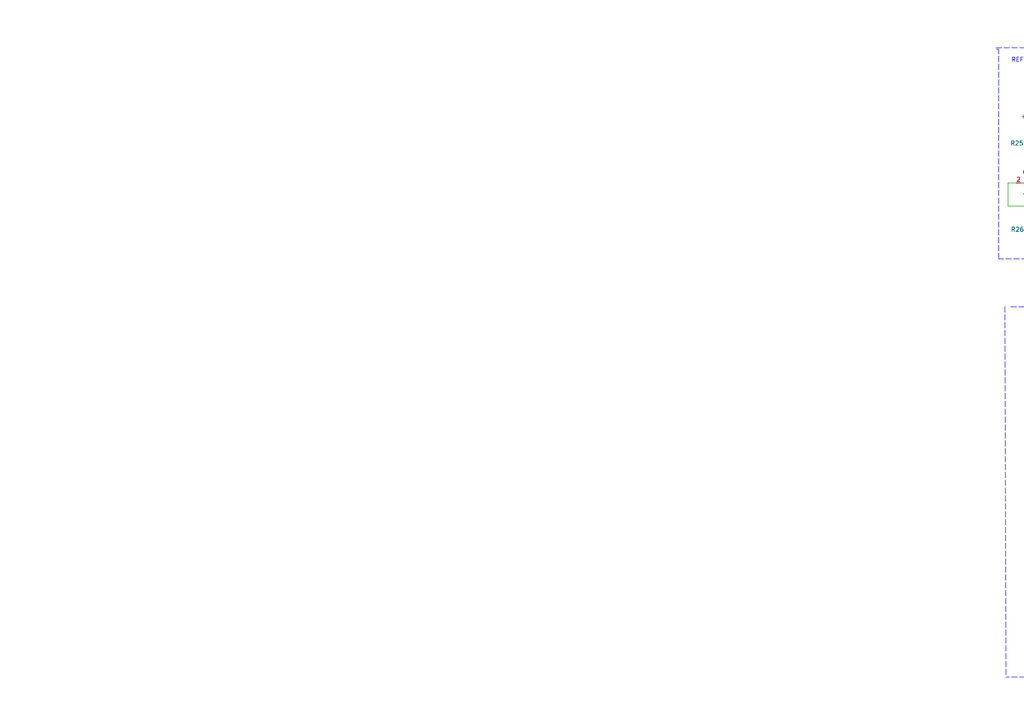
<source format=kicad_sch>
(kicad_sch (version 20211123) (generator eeschema)
  (paper "A4")
  (junction (at 77.001 -143.8926))
  (junction (at -72.279 19.0485))
  (junction (at 314.0167 128.7139))
  (junction (at -87.6308 23.4429))
  (junction (at 27.2044 -146.427))
  (junction (at 204.751 -75.482))
  (junction (at 77.001 -143.8966))
  (junction (at 54.4898 -129.3223))
  (junction (at 298.5801 47.2337))
  (junction (at 298.5801 47.1902))
  (junction (at 204.751 -75.486))
  (junction (at 209.1678 -130.2528))
  (junction (at 177.6674 -60.9117))
  (junction (at 208.4787 -60.6538))
  (junction (at 87.264 -99.4235))
  (junction (at 86.6527 -169.5568))
  (junction (at 192.057 -75.4764))
  (junction (at 316.5002 177.7333))
  (junction (at 77.6123 -73.7593))
  (junction (at 396.7244 159.2108))
  (junction (at 41.6031 -146.427))
  (junction (at 205.4401 -145.081))
  (junction (at 394.8928 114.9707))
  (junction (at 369.423 129.2994))
  (junction (at 55.1011 -59.2402))
  (junction (at 103.7125 -141.3637))
  (junction (at 104.2552 -71.2233))
  (junction (at 64.307 -159.6078))
  (junction (at 192.057 -75.482))
  (junction (at 209.1121 -130.2528))
  (junction (at 231.3939 -72.946))
  (junction (at 214.2997 -101.1462))
  (junction (at 64.9183 -73.7537))
  (junction (at 50.5287 -59.189))
  (junction (at 86.5497 -169.5568))
  (junction (at 104.3238 -71.2304))
  (junction (at 154.8938 -78.0164))
  (junction (at 49.9174 -129.3223))
  (junction (at 104.3238 -71.2233))
  (junction (at 550.1369 128.1109))
  (junction (at 208.423 -60.6538))
  (junction (at 554.1524 173.251))
  (junction (at 27.8157 -76.2937))
  (junction (at 215.0918 -170.7452))
  (junction (at 356.6349 47.9176))
  (junction (at 205.4401 -145.085))
  (junction (at -164.6603 18.0313))
  (junction (at 103.6439 -141.3566))
  (junction (at 81.34 -58.9311))
  (junction (at 232.1516 -142.545))
  (junction (at 214.9888 -170.7452))
  (junction (at 298.5801 59.7795))
  (junction (at 96.1337 -99.4235))
  (junction (at 154.9544 -78.0164))
  (junction (at 182.2398 -60.9629))
  (junction (at 81.2843 -58.9311))
  (junction (at 64.9183 -89.4745))
  (junction (at -80.1693 123.2402))
  (junction (at 341.97 163.3742))
  (junction (at -154.3885 18.0313))
  (junction (at 182.2398 -60.9117))
  (junction (at 77.6123 -73.7633))
  (junction (at 27.7551 -76.2937))
  (junction (at 80.673 -129.0644))
  (junction (at 298.5801 47.179))
  (junction (at 231.4625 -72.946))
  (junction (at 223.9615 -170.7452))
  (junction (at 341.97 163.4046))
  (junction (at 64.9183 -73.7593))
  (junction (at 339.4865 114.3852))
  (junction (at 192.7461 -160.7962))
  (junction (at 192.057 -91.1972))
  (junction (at 214.4027 -101.1462))
  (junction (at 231.4625 -72.9531))
  (junction (at -154.4416 125.0264))
  (junction (at -82.5508 19.0485))
  (junction (at 192.7461 -145.081))
  (junction (at 95.5224 -169.5568))
  (junction (at 64.307 -143.887))
  (junction (at 55.1011 -59.189))
  (junction (at 504.8583 174.7741))
  (junction (at 42.2144 -76.2937))
  (junction (at 503.1025 130.4054))
  (junction (at 356.6349 28.2104))
  (junction (at 178.3565 -130.5107))
  (junction (at 27.1438 -146.427))
  (junction (at 232.083 -142.545))
  (junction (at 339.4865 114.3548))
  (junction (at 394.8928 114.9403))
  (junction (at -72.2958 19.0485))
  (junction (at 170.0422 -147.6154))
  (junction (at 169.3531 -78.0164))
  (junction (at 155.6435 -147.6154))
  (junction (at 54.4898 -129.3735))
  (junction (at 182.9289 -130.5619))
  (junction (at 396.7244 159.1804))
  (junction (at 87.161 -99.4235))
  (junction (at 356.6349 28.2284))
  (junction (at 182.9289 -130.5107))
  (junction (at 80.7287 -129.0644))
  (junction (at -164.7134 125.0264))
  (junction (at 103.7125 -141.3566))
  (junction (at 371.2546 173.5395))
  (junction (at 192.7461 -145.0754))
  (junction (at 155.5829 -147.6154))
  (junction (at 64.307 -143.8926))
  (junction (at 368.3848 28.2284))
  (junction (at 232.1516 -142.5521))
  (junction (at -69.8975 123.2402))
  (junction (at 223.2724 -101.1462))
  (no_connect (at 392.2553 109.8907))
  (no_connect (at 336.849 109.3052))
  (no_connect (at 339.3325 158.3246))
  (no_connect (at 394.0869 154.1308))
  (no_connect (at 530.4799 153.465))
  (no_connect (at 526.4644 108.3249))
  (no_connect (at 479.43 110.6194))
  (no_connect (at 481.1858 154.9881))
  (wire (pts (xy 339.3325 163.4046) (xy 341.97 163.4046)))
  (wire (pts (xy 192.057 -91.1972) (xy 192.057 -75.482)))
  (wire (pts (xy -80.1693 123.2402) (xy -80.1693 132.3026)))
  (wire (pts (xy 494.67 115.6994) (xy 495.4825 115.6994)))
  (wire (pts (xy 37.2436 -71.2137) (xy 45.4487 -71.2137)))
  (wire (pts (xy 522.395 110.8649) (xy 522.395 105.2)))
  (polyline (pts (xy -211.8375 1.5021) (xy -33.2231 1.5021)))
  (polyline (pts (xy 463.0537 94.7291) (xy 463.0537 192.83)))
  (wire (pts (xy 164.3823 -72.9364) (xy 172.5874 -72.9364)))
  (polyline (pts (xy 393.9563 13.8695) (xy 393.9563 75.0828)))
  (wire (pts (xy 77.6123 -73.7633) (xy 77.6123 -73.7593)))
  (wire (pts (xy 169.3531 -91.1972) (xy 169.3531 -78.0164)))
  (wire (pts (xy 526.4644 110.8649) (xy 522.395 110.8649)))
  (wire (pts (xy 546.5324 181.1883) (xy 546.5324 178.331)))
  (wire (pts (xy 356.6349 47.9176) (xy 356.6349 45.3936)))
  (wire (pts (xy 231.4625 -60.6538) (xy 231.4625 -72.946)))
  (wire (pts (xy 170.0422 -147.6154) (xy 173.2765 -147.6154)))
  (wire (pts (xy 50.5287 -66.1337) (xy 50.5287 -59.189)))
  (wire (pts (xy 205.4401 -141.7521) (xy 205.4401 -145.081)))
  (wire (pts (xy 27.7551 -76.2937) (xy 22.9866 -76.2937)))
  (wire (pts (xy 87.264 -78.8433) (xy 87.264 -99.4235)))
  (wire (pts (xy -115.1589 43.3509) (xy -97.7908 43.3509)))
  (wire (pts (xy 481.1858 157.5281) (xy 477.1164 157.5281)))
  (wire (pts (xy 215.0918 -170.7452) (xy 223.9615 -170.7452)))
  (wire (pts (xy -144.0383 20.6764) (xy -144.0383 18.0313)))
  (wire (pts (xy 65.4513 -59.2402) (xy 55.1011 -59.2402)))
  (wire (pts (xy 541.7044 113.4049) (xy 542.5169 113.4049)))
  (wire (pts (xy 174.0619 -96.0404) (xy 154.9544 -96.0404)))
  (wire (pts (xy 64.9183 -73.7593) (xy 64.9183 -73.7537)))
  (wire (pts (xy 393.5275 112.4307) (xy 393.5275 107.4449)))
  (wire (pts (xy -197.3215 149.3288) (xy -179.9534 149.3288)))
  (wire (pts (xy 472.393 160.0681) (xy 481.1858 160.0681)))
  (wire (pts (xy 205.4401 -145.085) (xy 205.4401 -145.081)))
  (wire (pts (xy 336.849 111.8452) (xy 338.1212 111.8452)))
  (wire (pts (xy 104.2552 -74.1957) (xy 104.2552 -71.2233)))
  (wire (pts (xy 232.1516 -142.545) (xy 232.1516 -142.5521)))
  (wire (pts (xy 392.2553 114.9707) (xy 394.8928 114.9707)))
  (wire (pts (xy -112.7689 152.6091) (xy -95.4093 152.6226)))
  (wire (pts (xy 10.3768 -146.427) (xy 14.7553 -146.427)))
  (polyline (pts (xy -33.2231 221.555) (xy -211.7287 221.555)))
  (wire (pts (xy -185.0036 37.2537) (xy -185.0036 33.2151)))
  (wire (pts (xy 86.5497 -172.3816) (xy 86.5497 -169.5568)))
  (wire (pts (xy 565.4889 173.251) (xy 554.1524 173.251)))
  (wire (pts (xy 82.184 -73.7633) (xy 77.6123 -73.7633)))
  (wire (pts (xy 542.5169 136.0482) (xy 542.5169 133.1909)))
  (wire (pts (xy -112.7774 147.5426) (xy -95.4093 147.5426)))
  (wire (pts (xy 77.001 -143.8966) (xy 77.001 -143.8926)))
  (wire (pts (xy 324.111 155.7452) (xy 324.0925 158.3246)))
  (wire (pts (xy 324.1202 165.0333) (xy 324.0925 163.4046)))
  (wire (pts (xy 232.1516 -130.2528) (xy 232.1516 -142.545)))
  (wire (pts (xy 65.4513 -56.5951) (xy 65.4513 -59.2402)))
  (wire (pts (xy -197.3883 151.8751) (xy -179.9534 151.8688)))
  (wire (pts (xy -186.5764 141.7088) (xy -186.5764 139.4898)))
  (polyline (pts (xy 81.4774 224.7578) (xy 186.4033 224.7578)))
  (polyline (pts (xy 0.6474 -37.712) (xy 0.6474 -192.122)))
  (wire (pts (xy -107.4411 58.5909) (xy -97.7908 58.5909)))
  (wire (pts (xy 223.2724 -98.3342) (xy 223.2724 -101.1462)))
  (wire (pts (xy 358.0865 129.2994) (xy 369.423 129.2994)))
  (wire (pts (xy 182.2398 -58.1509) (xy 182.2398 -60.9117)))
  (wire (pts (xy 232.083 -142.545) (xy 225.2518 -142.545)))
  (wire (pts (xy 351.2838 28.2104) (xy 356.6349 28.2104)))
  (polyline (pts (xy 255.0187 -191.9158) (xy 255.0187 -37.712)))
  (wire (pts (xy 311.7256 55.6475) (xy 334.563 55.6475)))
  (wire (pts (xy 182.9289 -130.5107) (xy 182.9289 -130.5619)))
  (wire (pts (xy -154.3885 20.8433) (xy -154.3885 18.0313)))
  (wire (pts (xy -106.1286 38.2709) (xy -106.1286 33.6006)))
  (wire (pts (xy 101.1872 324.3729) (xy 114.6159 324.3729)))
  (wire (pts (xy 80.7287 -129.0644) (xy 85.8517 -129.0644)))
  (wire (pts (xy -164.7134 125.0264) (xy -154.4416 125.0264)))
  (wire (pts (xy 479.43 113.1594) (xy 475.3606 113.1594)))
  (wire (pts (xy 178.3565 -130.5107) (xy 178.3565 -128.858)))
  (wire (pts (xy 193.2791 -130.5619) (xy 182.9289 -130.5619)))
  (wire (pts (xy -164.7134 125.0264) (xy -164.7134 134.0888)))
  (wire (pts (xy 181.6819 -96.0404) (xy 192.057 -96.0404)))
  (wire (pts (xy -189.7161 162.0288) (xy -179.9534 162.0288)))
  (wire (pts (xy -189.5506 52.4937) (xy -179.9003 52.4937)))
  (wire (pts (xy 195.1808 -75.482) (xy 192.057 -75.482)))
  (wire (pts (xy 80.673 -129.0644) (xy 80.7287 -129.0644)))
  (wire (pts (xy 27.7551 -76.2937) (xy 27.7551 -73.7772)))
  (wire (pts (xy 80.7287 -126.1411) (xy 80.7287 -129.0644)))
  (wire (pts (xy 138.8159 -147.6154) (xy 143.1944 -147.6154)))
  (wire (pts (xy 233.6226 -98.5011) (xy 233.6226 -101.1462)))
  (wire (pts (xy 192.057 -91.1972) (xy 181.7327 -91.1972)))
  (wire (pts (xy -95.4093 139.9226) (xy -101.1327 139.9226)))
  (wire (pts (xy 356.6349 28.2284) (xy 356.6349 30.1536)))
  (wire (pts (xy 314.0167 131.2631) (xy 314.0167 128.7139)))
  (wire (pts (xy -182.4636 34.7137) (xy -182.4636 33.2151)))
  (wire (pts (xy 132.1195 344.2507) (xy 132.1195 341.7107)))
  (wire (pts (xy 309.881 27.8225) (xy 309.881 33.1807)))
  (wire (pts (xy 93.4717 -129.0644) (xy 103.7125 -129.0644)))
  (wire (pts (xy 545.7199 158.545) (xy 546.5324 158.545)))
  (wire (pts (xy 298.5801 56.8816) (xy 298.5801 59.7795)))
  (wire (pts (xy 165.9692 -78.0164) (xy 169.3531 -78.0164)))
  (wire (pts (xy -189.1164 144.2488) (xy -189.1164 139.4898)))
  (polyline (pts (xy 417.0629 89.2769) (xy 416.2359 196.3629)))
  (wire (pts (xy -189.6037 164.5688) (xy -179.9534 164.5688)))
  (wire (pts (xy 42.2144 -89.4745) (xy 42.2144 -76.2937)))
  (wire (pts (xy 495.4825 138.3427) (xy 495.4825 135.4854)))
  (wire (pts (xy 292.3682 53.0716) (xy 292.3682 59.7795)))
  (wire (pts (xy 208.423 -70.406) (xy 208.423 -60.6538)))
  (wire (pts (xy 231.3939 -75.9184) (xy 231.3939 -72.946)))
  (wire (pts (xy 77.001 -140.5637) (xy 77.001 -143.8926)))
  (wire (pts (xy -197.313 154.3953) (xy -179.9534 154.4088)))
  (wire (pts (xy 86.5497 -169.5568) (xy 86.6527 -169.5568)))
  (wire (pts (xy 64.307 -164.451) (xy 64.307 -159.6078)))
  (wire (pts (xy 86.6527 -169.5568) (xy 95.5224 -169.5568)))
  (wire (pts (xy 64.307 -143.8926) (xy 64.307 -143.887)))
  (polyline (pts (xy 289.6743 75.0828) (xy 289.6743 14.2683)))
  (wire (pts (xy 221.9108 -130.2528) (xy 232.1516 -130.2528)))
  (wire (pts (xy -179.9003 37.2537) (xy -185.0036 37.2537)))
  (wire (pts (xy 369.423 131.4344) (xy 369.423 129.2994)))
  (wire (pts (xy 154.8938 -78.0164) (xy 150.1253 -78.0164)))
  (polyline (pts (xy 289.0762 14.2683) (xy 289.6743 14.2683)))
  (wire (pts (xy 378.735 28.2284) (xy 368.3848 28.2284)))
  (wire (pts (xy 188.5165 -145.0754) (xy 192.7461 -145.0754)))
  (wire (pts (xy 81.34 -56.0078) (xy 81.34 -58.9311)))
  (polyline (pts (xy -33.2231 1.5021) (xy -33.2231 221.555)))
  (wire (pts (xy 214.4027 -101.1462) (xy 223.2724 -101.1462)))
  (wire (pts (xy 42.2144 -76.2937) (xy 45.4487 -76.2937)))
  (wire (pts (xy -87.6308 18.9602) (xy -87.6308 23.4429)))
  (wire (pts (xy 292.3682 59.7795) (xy 298.5801 59.7795)))
  (wire (pts (xy -189.5506 57.5737) (xy -179.9003 57.5737)))
  (wire (pts (xy -144.0914 127.6715) (xy -144.0914 125.0264)))
  (wire (pts (xy 546.5324 158.545) (xy 546.5324 160.551)))
  (wire (pts (xy 104.2552 -71.2233) (xy 97.424 -71.2233)))
  (wire (pts (xy 103.7125 -141.3566) (xy 103.7125 -141.3637)))
  (wire (pts (xy 346.5562 163.3742) (xy 341.97 163.3742)))
  (wire (pts (xy 104.3238 -58.9311) (xy 104.3238 -71.2233)))
  (wire (pts (xy -97.7908 35.7309) (xy -103.5886 35.7309)))
  (wire (pts (xy 103.6439 -144.329) (xy 103.6439 -141.3566)))
  (wire (pts (xy 41.6031 -159.6078) (xy 41.6031 -146.427)))
  (wire (pts (xy -197.3352 44.88) (xy -179.9003 44.8737)))
  (wire (pts (xy 339.4865 114.3852) (xy 339.4865 115.7863)))
  (wire (pts (xy 192.59 -58.3178) (xy 192.59 -60.9629)))
  (wire (pts (xy 496.4073 152.1415) (xy 496.4258 154.9881)))
  (wire (pts (xy 49.9174 -129.3223) (xy 54.4898 -129.3223)))
  (wire (pts (xy 298.5801 47.2337) (xy 298.5801 49.2616)))
  (wire (pts (xy -197.2599 47.4002) (xy -179.9003 47.4137)))
  (wire (pts (xy 46.974 -89.4745) (xy 42.2144 -89.4745)))
  (wire (pts (xy 324.1202 185.6706) (xy 324.1202 182.8133)))
  (wire (pts (xy -179.9534 144.2488) (xy -189.1164 144.2488)))
  (wire (pts (xy 55.1011 -56.4282) (xy 55.1011 -59.189)))
  (wire (pts (xy -59.5473 125.8853) (xy -59.5473 123.2402)))
  (wire (pts (xy 214.9888 -170.7452) (xy 215.0918 -170.7452)))
  (wire (pts (xy 178.3565 -130.5107) (xy 182.9289 -130.5107)))
  (wire (pts (xy 208.4787 -60.6538) (xy 213.6017 -60.6538)))
  (wire (pts (xy 138.1268 -78.0164) (xy 142.5053 -78.0164)))
  (wire (pts (xy -189.6037 159.4888) (xy -179.9534 159.4888)))
  (wire (pts (xy 103.6439 -141.3566) (xy 96.8127 -141.3566)))
  (wire (pts (xy 104.2552 -71.2233) (xy 104.3238 -71.2233)))
  (polyline (pts (xy -211.7287 221.555) (xy -211.7287 1.4552)))
  (polyline (pts (xy 569.529 94.4899) (xy 569.529 192.83)))
  (wire (pts (xy 377.043 116.5994) (xy 377.0153 114.9707)))
  (wire (pts (xy -101.1327 139.9226) (xy -101.1327 135.9546)))
  (wire (pts (xy -112.8442 150.0889) (xy -95.4093 150.0826)))
  (wire (pts (xy 209.1121 -140.005) (xy 210.0118 -140.005)))
  (wire (pts (xy 496.4258 160.0681) (xy 497.2383 160.0681)))
  (wire (pts (xy -96.4867 23.4429) (xy -87.6308 23.4429)))
  (wire (pts (xy -154.4416 127.8384) (xy -154.4416 125.0264)))
  (wire (pts (xy 50.5287 -59.189) (xy 55.1011 -59.189)))
  (wire (pts (xy 169.3531 -78.0164) (xy 172.5874 -78.0164)))
  (wire (pts (xy 174.8018 -160.7962) (xy 170.0422 -160.7962)))
  (wire (pts (xy -115.1504 48.4174) (xy -97.7908 48.4309)))
  (wire (pts (xy 368.3848 31.0404) (xy 368.3848 28.2284)))
  (wire (pts (xy 516.1948 174.7741) (xy 504.8583 174.7741)))
  (wire (pts (xy 378.8746 160.8395) (xy 378.8469 159.2108)))
  (wire (pts (xy 192.057 -75.482) (xy 192.057 -75.4764)))
  (wire (pts (xy 87.161 -102.2483) (xy 87.161 -99.4235)))
  (wire (pts (xy 311.7256 52.3137) (xy 311.7256 55.6475)))
  (wire (pts (xy -95.4093 142.4626) (xy -103.6727 142.4626)))
  (wire (pts (xy 233.6226 -101.1462) (xy 223.2724 -101.1462)))
  (wire (pts (xy 192.59 -60.9629) (xy 182.2398 -60.9629)))
  (wire (pts (xy 94.083 -58.9311) (xy 104.3238 -58.9311)))
  (wire (pts (xy 350.5315 47.9176) (xy 356.6349 47.9176)))
  (wire (pts (xy 208.423 -60.6538) (xy 208.4787 -60.6538)))
  (wire (pts (xy 209.1121 -140.005) (xy 209.1121 -130.2528)))
  (wire (pts (xy -179.9003 34.7137) (xy -182.4636 34.7137)))
  (wire (pts (xy 521.6871 158.545) (xy 530.4799 158.545)))
  (wire (pts (xy 81.2843 -58.9311) (xy 81.34 -58.9311)))
  (wire (pts (xy 192.7461 -145.081) (xy 192.7461 -145.0754)))
  (polyline (pts (xy 416.2359 196.3629) (xy 291.7847 196.3629)))
  (wire (pts (xy 81.2843 -68.6833) (xy 82.184 -68.6833)))
  (wire (pts (xy 30.5992 -146.427) (xy 27.2044 -146.427)))
  (wire (pts (xy 187.8274 -75.4764) (xy 192.057 -75.4764)))
  (wire (pts (xy 542.5169 113.4049) (xy 542.5169 115.4109)))
  (wire (pts (xy 209.1678 -127.3295) (xy 209.1678 -130.2528)))
  (wire (pts (xy -197.2684 42.3337) (xy -179.9003 42.3337)))
  (wire (pts (xy 208.423 -70.406) (xy 209.3227 -70.406)))
  (wire (pts (xy 209.1121 -130.2528) (xy 209.1678 -130.2528)))
  (wire (pts (xy 103.6439 -141.3566) (xy 103.7125 -141.3566)))
  (polyline (pts (xy 293.1447 88.9941) (xy 417.0629 89.2769)))
  (wire (pts (xy 165.0714 -142.5354) (xy 173.2765 -142.5354)))
  (wire (pts (xy 103.7125 -129.0644) (xy 103.7125 -141.3566)))
  (wire (pts (xy -80.1693 120.3688) (xy -80.1693 123.2402)))
  (wire (pts (xy 298.5801 47.1902) (xy 298.5801 47.2337)))
  (wire (pts (xy 231.3939 -72.946) (xy 231.4625 -72.946)))
  (wire (pts (xy 399.479 114.9403) (xy 394.8928 114.9403)))
  (wire (pts (xy 64.84 -129.3735) (xy 54.4898 -129.3735)))
  (wire (pts (xy 541.6859 105.4783) (xy 541.7044 108.3249)))
  (wire (pts (xy 67.4308 -143.8926) (xy 64.307 -143.8926)))
  (wire (pts (xy 46.9232 -94.3177) (xy 27.8157 -94.3177)))
  (wire (pts (xy 96.1337 -96.6115) (xy 96.1337 -99.4235)))
  (wire (pts (xy 214.2997 -103.971) (xy 214.2997 -101.1462)))
  (wire (pts (xy 81.5727 -143.8966) (xy 77.001 -143.8966)))
  (wire (pts (xy 336.849 114.3852) (xy 339.4865 114.3852)))
  (wire (pts (xy 154.9544 -96.0404) (xy 154.9544 -78.0164)))
  (wire (pts (xy 50.5287 -59.189) (xy 50.5287 -57.5363)))
  (wire (pts (xy 338.1212 111.8452) (xy 338.1212 106.8594)))
  (wire (pts (xy 155.5829 -147.6154) (xy 155.5829 -145.0989)))
  (wire (pts (xy 294.7701 53.0716) (xy 292.3682 53.0716)))
  (wire (pts (xy 378.735 30.8735) (xy 378.735 28.2284)))
  (wire (pts (xy 192.7461 -160.7962) (xy 182.4218 -160.7962)))
  (wire (pts (xy -82.5508 19.0485) (xy -82.5508 28.1109)))
  (wire (pts (xy 315.2648 47.2337) (xy 298.5801 47.2337)))
  (wire (pts (xy -82.5508 19.0485) (xy -72.2958 19.0485)))
  (wire (pts (xy -144.0914 125.0264) (xy -154.4416 125.0264)))
  (wire (pts (xy 378.8654 151.5514) (xy 378.8469 154.1308)))
  (wire (pts (xy 95.5224 -166.7448) (xy 95.5224 -169.5568)))
  (wire (pts (xy 192.7461 -160.7962) (xy 192.7461 -145.081)))
  (wire (pts (xy 234.3117 -170.7452) (xy 223.9615 -170.7452)))
  (wire (pts (xy 77.6123 -70.4304) (xy 77.6123 -73.7593)))
  (wire (pts (xy 27.1438 -146.427) (xy 22.3753 -146.427)))
  (wire (pts (xy 394.8928 114.9707) (xy 394.8928 116.3718)))
  (wire (pts (xy 309.881 33.1807) (xy 334.805 33.1807)))
  (wire (pts (xy 359.9181 173.5395) (xy 371.2546 173.5395)))
  (wire (pts (xy 232.083 -142.545) (xy 232.1516 -142.545)))
  (wire (pts (xy 87.264 -99.4235) (xy 96.1337 -99.4235)))
  (wire (pts (xy 64.307 -159.6078) (xy 53.9827 -159.6078)))
  (wire (pts (xy 182.2398 -60.9117) (xy 182.2398 -60.9629)))
  (wire (pts (xy 334.805 33.1807) (xy 334.805 25.2825)))
  (wire (pts (xy -107.5535 56.0509) (xy -97.7908 56.0509)))
  (wire (pts (xy 341.97 163.4046) (xy 341.97 164.8057)))
  (wire (pts (xy 377.043 137.2367) (xy 377.043 134.3794)))
  (wire (pts (xy 356.6349 49.9877) (xy 356.6349 47.9176)))
  (wire (pts (xy 339.4865 114.3548) (xy 339.4865 114.3852)))
  (wire (pts (xy 334.563 49.7737) (xy 330.5048 49.7737)))
  (wire (pts (xy 344.0727 114.3548) (xy 339.4865 114.3548)))
  (wire (pts (xy 395.3591 156.6708) (xy 395.3591 151.685)))
  (wire (pts (xy 204.751 -75.482) (xy 202.8008 -75.482)))
  (wire (pts (xy 64.307 -159.6078) (xy 64.307 -143.8926)))
  (wire (pts (xy -144.0383 18.0313) (xy -154.3885 18.0313)))
  (wire (pts (xy 80.673 -138.8166) (xy 80.673 -129.0644)))
  (wire (pts (xy 182.9289 -127.7499) (xy 182.9289 -130.5107)))
  (wire (pts (xy 38.2192 -146.427) (xy 41.6031 -146.427)))
  (wire (pts (xy 334.805 25.2825) (xy 329.9708 25.2825)))
  (polyline (pts (xy 4.9585 -191.9158) (xy 255.0187 -191.9158)))
  (wire (pts (xy 81.2843 -68.6833) (xy 81.2843 -58.9311)))
  (wire (pts (xy 303.3843 128.7139) (xy 314.0167 128.7139)))
  (wire (pts (xy -80.1693 123.2402) (xy -69.8975 123.2402)))
  (wire (pts (xy 54.4898 -126.5615) (xy 54.4898 -129.3223)))
  (wire (pts (xy 497.2383 182.7114) (xy 497.2383 179.8541)))
  (wire (pts (xy 392.2553 112.4307) (xy 393.5275 112.4307)))
  (wire (pts (xy -59.5473 123.2402) (xy -69.8975 123.2402)))
  (polyline (pts (xy 186.4033 368.3438) (xy 81.147 368.3438)))
  (wire (pts (xy 27.2044 -146.427) (xy 27.1438 -146.427)))
  (wire (pts (xy 31.2105 -76.2937) (xy 27.8157 -76.2937)))
  (wire (pts (xy 27.8157 -94.3177) (xy 27.8157 -76.2937)))
  (wire (pts (xy 174.751 -165.6394) (xy 155.6435 -165.6394)))
  (wire (pts (xy 46.3119 -164.451) (xy 27.2044 -164.451)))
  (wire (pts (xy 192.057 -96.0404) (xy 192.057 -91.1972)))
  (wire (pts (xy -105.0596 157.7026) (xy -95.4093 157.7026)))
  (wire (pts (xy 195.8699 -145.081) (xy 192.7461 -145.081)))
  (wire (pts (xy 204.751 -72.1531) (xy 204.751 -75.482)))
  (wire (pts (xy 170.0422 -160.7962) (xy 170.0422 -147.6154)))
  (wire (pts (xy 495.4825 115.6994) (xy 495.4825 117.7054)))
  (wire (pts (xy 177.6674 -67.8564) (xy 177.6674 -60.9117)))
  (wire (pts (xy -87.6308 23.4429) (xy -87.6308 28.1109)))
  (polyline (pts (xy 463.5322 94.4899) (xy 569.529 94.4899)))
  (wire (pts (xy 298.5801 45.1401) (xy 298.5801 47.179)))
  (wire (pts (xy 81.34 -58.9311) (xy 86.463 -58.9311)))
  (wire (pts (xy 314.7308 27.8225) (xy 309.881 27.8225)))
  (wire (pts (xy 105.4456 319.2929) (xy 114.6159 319.2929)))
  (wire (pts (xy 298.5801 59.7795) (xy 298.5801 62.6553)))
  (wire (pts (xy 234.3117 -168.1001) (xy 234.3117 -170.7452)))
  (wire (pts (xy -69.8975 126.0522) (xy -69.8975 123.2402)))
  (wire (pts (xy 193.2791 -127.9168) (xy 193.2791 -130.5619)))
  (wire (pts (xy 55.1011 -59.189) (xy 55.1011 -59.2402)))
  (wire (pts (xy 514.439 130.4054) (xy 503.1025 130.4054)))
  (wire (pts (xy 341.97 163.3742) (xy 341.97 163.4046)))
  (wire (pts (xy 106.4839 -96.7784) (xy 106.4839 -99.4235)))
  (wire (pts (xy 87.161 -99.4235) (xy 87.264 -99.4235)))
  (wire (pts (xy 340.6047 160.8646) (xy 340.6047 155.8788)))
  (wire (pts (xy 356.6349 28.2104) (xy 356.6349 28.2284)))
  (wire (pts (xy 232.083 -145.5174) (xy 232.083 -142.545)))
  (wire (pts (xy 204.751 -75.486) (xy 204.751 -75.482)))
  (wire (pts (xy 517.6716 113.4049) (xy 526.4644 113.4049)))
  (wire (pts (xy 104.3238 -71.2233) (xy 104.3238 -71.2304)))
  (wire (pts (xy 215.0918 -150.165) (xy 215.0918 -170.7452)))
  (wire (pts (xy 545.7014 150.6184) (xy 545.7199 153.465)))
  (wire (pts (xy 231.3939 -72.946) (xy 224.5627 -72.946)))
  (wire (pts (xy -61.9288 21.6936) (xy -61.9288 19.0485)))
  (wire (pts (xy 54.4898 -129.3223) (xy 54.4898 -129.3735)))
  (wire (pts (xy 305.716 22.7425) (xy 314.7308 22.7425)))
  (wire (pts (xy 315.2648 52.3137) (xy 311.7256 52.3137)))
  (wire (pts (xy 298.5801 47.179) (xy 298.5801 47.1902)))
  (wire (pts (xy 214.4027 -80.566) (xy 214.4027 -101.1462)))
  (wire (pts (xy 214.2997 -101.1462) (xy 214.4027 -101.1462)))
  (wire (pts (xy -103.5886 35.7309) (xy -103.5886 33.6006)))
  (polyline (pts (xy 81.147 225.0562) (xy 81.147 368.3438)))
  (wire (pts (xy 27.2044 -164.451) (xy 27.2044 -146.427)))
  (wire (pts (xy 36.6323 -141.347) (xy 44.8374 -141.347)))
  (polyline (pts (xy -211.7955 1.4552) (xy -211.7287 1.4552)))
  (wire (pts (xy -72.2958 16.0233) (xy -72.2958 19.0485)))
  (polyline (pts (xy 569.529 192.83) (xy 463.0537 192.83)))
  (wire (pts (xy 60.6887 -73.7537) (xy 64.9183 -73.7537)))
  (wire (pts (xy -72.2958 19.0485) (xy -72.279 19.0485)))
  (wire (pts (xy 209.1678 -130.2528) (xy 214.2908 -130.2528)))
  (wire (pts (xy 77.6123 -73.7593) (xy 75.6621 -73.7593)))
  (wire (pts (xy 49.9174 -136.267) (xy 49.9174 -129.3223)))
  (wire (pts (xy 105.8726 -166.9117) (xy 105.8726 -169.5568)))
  (wire (pts (xy -105.0596 162.7826) (xy -95.4093 162.7826)))
  (wire (pts (xy 49.9174 -129.3223) (xy 49.9174 -127.6696)))
  (wire (pts (xy 64.9183 -94.3177) (xy 64.9183 -89.4745)))
  (wire (pts (xy 214.9888 -173.57) (xy 214.9888 -170.7452)))
  (wire (pts (xy -179.9534 141.7088) (xy -186.5764 141.7088)))
  (polyline (pts (xy 393.9563 75.0828) (xy 289.6743 75.0828)))
  (wire (pts (xy 477.1164 157.5281) (xy 477.1164 151.8632)))
  (wire (pts (xy 339.3325 160.8646) (xy 340.6047 160.8646)))
  (wire (pts (xy 46.3627 -159.6078) (xy 41.6031 -159.6078)))
  (wire (pts (xy 561.4734 128.1109) (xy 550.1369 128.1109)))
  (wire (pts (xy -164.6603 18.0313) (xy -154.3885 18.0313)))
  (wire (pts (xy 210.0118 -145.085) (xy 205.4401 -145.085)))
  (wire (pts (xy 530.4799 156.005) (xy 526.4105 156.005)))
  (wire (pts (xy 80.673 -138.8166) (xy 81.5727 -138.8166)))
  (wire (pts (xy 177.6674 -60.9117) (xy 177.6674 -59.259)))
  (wire (pts (xy 54.5432 -94.3177) (xy 64.9183 -94.3177)))
  (wire (pts (xy 86.6527 -148.9766) (xy 86.6527 -169.5568)))
  (wire (pts (xy 394.8928 114.9403) (xy 394.8928 114.9707)))
  (wire (pts (xy 526.4105 156.005) (xy 526.4105 150.3401)))
  (wire (pts (xy -164.6603 18.0313) (xy -164.6603 27.0937)))
  (polyline (pts (xy 291.4578 88.8948) (xy 291.7847 196.3629)))
  (polyline (pts (xy 186.4033 224.7578) (xy 186.4033 368.3438)))
  (wire (pts (xy 223.9615 -167.9332) (xy 223.9615 -170.7452)))
  (wire (pts (xy 394.0869 156.6708) (xy 395.3591 156.6708)))
  (wire (pts (xy 208.4787 -57.7305) (xy 208.4787 -60.6538)))
  (wire (pts (xy 497.2383 160.0681) (xy 497.2383 162.0741)))
  (wire (pts (xy 27.1438 -146.427) (xy 27.1438 -143.9105)))
  (wire (pts (xy 182.371 -165.6394) (xy 192.7461 -165.6394)))
  (wire (pts (xy 53.9319 -164.451) (xy 64.307 -164.451)))
  (wire (pts (xy 231.4625 -72.946) (xy 231.4625 -72.9531)))
  (wire (pts (xy -164.7134 122.155) (xy -164.7134 125.0264)))
  (wire (pts (xy 60.0774 -143.887) (xy 64.307 -143.887)))
  (wire (pts (xy -82.5508 16.1771) (xy -82.5508 19.0485)))
  (wire (pts (xy -96.4867 19.7718) (xy -96.4867 23.4429)))
  (wire (pts (xy 166.6583 -147.6154) (xy 170.0422 -147.6154)))
  (wire (pts (xy 64.9183 -89.4745) (xy 64.9183 -73.7593)))
  (wire (pts (xy 64.9183 -89.4745) (xy 54.594 -89.4745)))
  (wire (pts (xy 470.6372 115.6994) (xy 479.43 115.6994)))
  (wire (pts (xy 174.1127 -91.1972) (xy 169.3531 -91.1972)))
  (wire (pts (xy 396.7244 159.2108) (xy 396.7244 160.6119)))
  (wire (pts (xy 158.3492 -78.0164) (xy 154.9544 -78.0164)))
  (wire (pts (xy 378.8746 181.4768) (xy 378.8746 178.6195)))
  (wire (pts (xy 106.4839 -99.4235) (xy 96.1337 -99.4235)))
  (wire (pts (xy 155.5829 -147.6154) (xy 150.8144 -147.6154)))
  (wire (pts (xy 494.6515 107.7728) (xy 494.67 110.6194)))
  (wire (pts (xy 334.563 55.6475) (xy 334.563 49.7737)))
  (wire (pts (xy -115.2257 45.8972) (xy -97.7908 45.8909)))
  (polyline (pts (xy 0.6474 -192.122) (xy 5.6322 -192.122)))
  (wire (pts (xy 159.0383 -147.6154) (xy 155.6435 -147.6154)))
  (wire (pts (xy 10.9881 -76.2937) (xy 15.3666 -76.2937)))
  (wire (pts (xy 77.001 -143.8926) (xy 75.0508 -143.8926)))
  (wire (pts (xy 305.1637 177.7333) (xy 316.5002 177.7333)))
  (wire (pts (xy 192.7461 -165.6394) (xy 192.7461 -160.7962)))
  (wire (pts (xy 209.3227 -75.486) (xy 204.751 -75.486)))
  (wire (pts (xy 321.6367 116.0139) (xy 321.609 114.3852)))
  (wire (pts (xy 38.8305 -76.2937) (xy 42.2144 -76.2937)))
  (wire (pts (xy 41.6031 -146.427) (xy 44.8374 -146.427)))
  (wire (pts (xy 155.6435 -147.6154) (xy 155.5829 -147.6154)))
  (wire (pts (xy 105.8726 -169.5568) (xy 95.5224 -169.5568)))
  (wire (pts (xy -107.4411 53.5109) (xy -97.7908 53.5109)))
  (wire (pts (xy 68.0421 -73.7593) (xy 64.9183 -73.7593)))
  (wire (pts (xy 394.0869 159.2108) (xy 396.7244 159.2108)))
  (wire (pts (xy 27.8157 -76.2937) (xy 27.7551 -76.2937)))
  (wire (pts (xy 396.7244 159.1804) (xy 396.7244 159.2108)))
  (wire (pts (xy 368.3848 28.2284) (xy 356.6349 28.2284)))
  (wire (pts (xy 64.84 -126.7284) (xy 64.84 -129.3735)))
  (wire (pts (xy 221.2217 -60.6538) (xy 231.4625 -60.6538)))
  (wire (pts (xy -72.279 21.8605) (xy -72.279 19.0485)))
  (wire (pts (xy 356.6349 26.0104) (xy 356.6349 28.2104)))
  (wire (pts (xy -103.6727 142.4626) (xy -103.6727 135.9546)))
  (wire (pts (xy 154.9544 -78.0164) (xy 154.8938 -78.0164)))
  (wire (pts (xy -97.7908 38.2709) (xy -106.1286 38.2709)))
  (wire (pts (xy 154.8938 -78.0164) (xy 154.8938 -75.4999)))
  (wire (pts (xy 401.3106 159.1804) (xy 396.7244 159.1804)))
  (wire (pts (xy 205.4401 -145.081) (xy 203.4899 -145.081)))
  (wire (pts (xy 475.3606 113.1594) (xy 475.3606 107.4945)))
  (wire (pts (xy 178.3565 -137.4554) (xy 178.3565 -130.5107)))
  (wire (pts (xy -61.9288 19.0485) (xy -72.279 19.0485)))
  (polyline (pts (xy 288.8768 13.8695) (xy 393.9563 13.8695)))
  (wire (pts (xy 350.5315 42.5088) (xy 350.5315 47.9176)))
  (wire (pts (xy -105.172 160.2426) (xy -95.4093 160.2426)))
  (polyline (pts (xy 255.0187 -37.712) (xy 0.6474 -37.712)))
  (wire (pts (xy 377.0338 107.3113) (xy 377.0153 109.8907)))
  (wire (pts (xy -164.6603 15.1599) (xy -164.6603 18.0313)))
  (wire (pts (xy 137.9852 344.2507) (xy 132.1195 344.2507)))
  (wire (pts (xy 177.6674 -60.9117) (xy 182.2398 -60.9117)))
  (wire (pts (xy 321.6275 106.7258) (xy 321.609 109.3052)))
  (wire (pts (xy -189.663 55.0337) (xy -179.9003 55.0337)))
  (wire (pts (xy 155.6435 -165.6394) (xy 155.6435 -147.6154)))
  (text "STEP MOTOR SECCION" (at -205.1876 8.853 0) (effects (font (size 1.27 1.27)) (justify left bottom)))
  (text "DIGITAL OUTPUT" (at 298.1843 96.7875 0) (effects (font (size 1.27 1.27)) (justify left bottom)))
  (text "TERMINAL INPUT-OUTPUT" (at 120.8096 229.7319 0) (effects (font (size 1.27 1.27)) (justify left bottom)))
  (text "DIGITAL INPUT" (at 470.0299 100.8603 0) (effects (font (size 1.27 1.27)) (justify left bottom)))
  (text "REFERENCE VOLTAGE" (at 293.2634 18.2561 0) (effects (font (size 1.27 1.27)) (justify left bottom)))
  (text "ANALOG INPUT SECCION\n" (at 13.5248 -182.2909 0) (effects (font (size 1.27 1.27)) (justify left bottom)))
  (label "AI_2" (at 147.7029 242.875 0))
  (label "DI_0" (at 514.439 130.4054 180))
  (label "AI_1" (at 138.8159 -147.6154 0))
  (label "BBB_A0_DIR" (at 119.4966 279.5797 0))
  (label "AI_3" (at 138.1268 -78.0164 0))
  (label "Vref_1V8" (at 111.2639 -149.409 0))
  (label "Vref_0V3" (at 36.6323 -141.347 0))
  (label "BBB_DO_2" (at 119.1466 262.0706 0))
  (label "DI_0" (at 147.3394 270.6566 0))
  (label "A2_MS3" (at -169.2755 208.0244 0))
  (label "A1_1B" (at -74.9308 43.3509 0))
  (label "A2_2A" (at 148.1839 316.8845 0))
  (label "DI_3" (at 565.4889 173.251 180))
  (label "A2_MS2" (at -169.572 197.2495 0))
  (label "A0_2A" (at -157.0403 47.4137 0))
  (label "AI_2_BBB" (at 104.2552 -71.3968 0))
  (label "A3_2B" (at -72.5493 155.1626 0))
  (label "A2_MS2" (at -189.7161 162.0288 0))
  (label "AI_2_BBB" (at 119.4502 245.7635 0))
  (label "DO_3" (at 147.5958 255.7359 0))
  (label "AI_1" (at 147.7029 245.415 0))
  (label "BBB_A3_STEP" (at -112.8442 150.0889 0))
  (label "A0_MS3" (at -169.2224 101.0293 0))
  (label "BBB_DO_2" (at 305.1637 177.7333 0))
  (label "Vref_0V3" (at 334.563 49.7737 0))
  (label "A2_1A" (at 148.1839 314.3445 0))
  (label "BBB_A0_STEP" (at 119.4966 282.1197 0))
  (label "A2_1B" (at -157.0934 149.3288 0))
  (label "A0_MS2" (at -169.5189 90.2544 0))
  (label "BBB_DI_2" (at 119.1466 269.6906 0))
  (label "A0_2B" (at 148.1739 293.4338 0))
  (label "BBB_DO_0" (at 119.1466 256.9906 0))
  (label "A3_MS3" (at -84.7314 206.2382 0))
  (label "AI_0_BBB" (at 103.6439 -141.5301 0))
  (label "AI_1_BBB" (at 232.083 -142.7185 0))
  (label "BBB_DO_1" (at 358.0865 129.2994 0))
  (label "A3_MS1" (at -85.1665 185.7808 0))
  (label "A0_1A" (at 148.1739 288.3538 0))
  (label "A2_1B" (at 148.1839 311.8045 0))
  (label "A0_1A" (at -157.0403 44.8737 0))
  (label "AI_3_BBB" (at 119.4502 248.3035 0))
  (label "BBB_1V8" (at 305.716 22.7425 0))
  (label "A2_2B" (at -157.0934 156.9488 0))
  (label "Vref_0V3" (at 164.3823 -72.9364 0))
  (label "BBB_A2_ENABLE" (at -197.3215 149.3288 0))
  (label "Vref_0V3" (at 37.2436 -71.2137 0))
  (label "BBB_DI_0" (at 470.6372 115.6994 0))
  (label "A3_2A" (at 148.0493 331.4427 0))
  (label "A1_1A" (at -74.9308 45.8909 0))
  (label "A1_MS2" (at -87.4094 91.2716 0))
  (label "A3_1A" (at -72.5493 150.0826 0))
  (label "A1_2B" (at -74.9308 50.9709 0))
  (label "A0_1B" (at -157.0403 42.3337 0))
  (label "DI_1" (at 561.4734 128.1109 180))
  (label "AI_2" (at 10.9881 -76.2937 0))
  (label "A1_1A" (at 148.232 300.8824 0))
  (label "A1_2A" (at -74.9308 48.4309 0))
  (label "DO_2" (at 147.5958 258.2759 0))
  (label "BBB_A2_DIR" (at -197.313 154.3953 0))
  (label "A1_MS3" (at -87.1129 102.0465 0))
  (label "DO_1" (at 147.5958 260.8159 0))
  (label "AI_3_BBB" (at 231.3939 -73.1195 0))
  (label "A1_MS3" (at -107.4411 58.5909 0))
  (label "AI_3" (at 147.7029 240.335 0))
  (label "A1_MS2" (at -107.5535 56.0509 0))
  (label "BBB_DO_3" (at 359.9181 173.5395 0))
  (label "AI_0_BBB" (at 119.4502 240.6835 0))
  (label "A0_MS1" (at -189.5506 52.4937 0))
  (label "A0_2A" (at 148.1739 290.8938 0))
  (label "BBB_DO_0" (at 303.3843 128.7139 0))
  (label "AI_0" (at 10.3768 -146.427 0))
  (label "A2_2A" (at -157.0934 154.4088 0))
  (label "A1_MS1" (at -87.548 81.5891 0))
  (label "A1_1B" (at 148.232 298.3424 0))
  (label "DO_1" (at 399.479 114.9403 0))
  (label "Vref_1V8" (at 239.703 -150.5974 0))
  (label "A0_MS3" (at -189.5506 57.5737 0))
  (label "Vref_1V8" (at 239.0139 -80.9984 0))
  (label "A3_MS2" (at -85.0279 195.4633 0))
  (label "BBB_A1_STEP" (at 119.4966 289.7397 0))
  (label "DO_3" (at 401.3106 159.1804 0))
  (label "BBB_DI_3" (at 119.1466 267.1506 0))
  (label "BBB_A3_DIR" (at -112.7689 152.6091 0))
  (label "A0_MS2" (at -189.663 55.0337 0))
  (label "A3_2B" (at 148.0493 333.9827 0))
  (label "A3_MS1" (at -105.0596 157.7026 0))
  (label "A2_MS1" (at -189.6037 159.4888 0))
  (label "BBB_A3_STEP" (at 119.4966 304.9797 0))
  (label "BBB_A1_ENABLE" (at -115.1589 43.3509 0))
  (label "BBB_A2_STEP" (at -197.3883 151.8751 0))
  (label "A2_2B" (at 148.1839 319.4245 0))
  (label "BBB_A2_DIR" (at 119.4966 294.8197 0))
  (label "BBB_AO_ENABLE" (at 119.4966 284.6597 0))
  (label "DO_2" (at 346.5562 163.3742 0))
  (label "A0_1B" (at 148.1739 285.8138 0))
  (label "A2_1A" (at -157.0934 151.8688 0))
  (label "BBB_A1_ENABLE" (at 119.4966 292.2797 0))
  (label "BBB_A1_STEP" (at -115.2257 45.8972 0))
  (label "A2_MS1" (at -169.7106 187.567 0))
  (label "BBB_DI_1" (at 517.6716 113.4049 0))
  (label "A1_2A" (at 148.232 303.4224 0))
  (label "A3_MS2" (at -105.172 160.2426 0))
  (label "AI_0" (at 147.7029 247.955 0))
  (label "A0_MS1" (at -169.6575 80.5719 0))
  (label "BBB_DO_1" (at 119.1466 259.5306 0))
  (label "BBB_DI_3" (at 521.6871 158.545 0))
  (label "A1_2B" (at 148.232 305.9624 0))
  (label "BBB_A0_DIR" (at -197.2599 47.4002 0))
  (label "Vref_0V3" (at 165.0714 -142.5354 0))
  (label "A1_MS1" (at -107.4411 53.5109 0))
  (label "BBB_DI_2" (at 472.393 160.0681 0))
  (label "A3_2A" (at -72.5493 152.6226 0))
  (label "BBB_A2_STEP" (at 119.4966 297.3597 0))
  (label "BBB_A1_DIR" (at -115.1504 48.4174 0))
  (label "A2_MS3" (at -189.6037 164.5688 0))
  (label "Vref_1V8" (at 111.8752 -79.2757 0))
  (label "DI_1" (at 147.3394 273.1966 0))
  (label "BBB_AO_ENABLE" (at -197.2684 42.3337 0))
  (label "BBB_1V8" (at 101.1872 324.3729 0))
  (label "BBB_A3_ENABLE" (at 119.4966 307.5197 0))
  (label "Vref_1V8" (at 334.805 25.2825 0))
  (label "BBB_A2_ENABLE" (at 119.4966 299.8997 0))
  (label "A3_1A" (at 148.0493 328.9027 0))
  (label "DI_2" (at 516.1948 174.7741 180))
  (label "BBB_A3_ENABLE" (at -112.7774 147.5426 0))
  (label "BBB_A3_DIR" (at 119.4966 302.4397 0))
  (label "DI_2" (at 147.3394 275.7366 0))
  (label "BBB_A1_DIR" (at 119.4966 287.1997 0))
  (label "BBB_DO_3" (at 119.1466 264.6106 0))
  (label "A3_1B" (at 148.0493 326.3627 0))
  (label "DO_0" (at 344.0727 114.3548 0))
  (label "BBB_A0_STEP" (at -197.3352 44.88 0))
  (label "AI_1_BBB" (at 119.4502 243.2235 0))
  (label "BBB_DI_0" (at 119.1466 274.7706 0))
  (label "BBB_DI_1" (at 119.1466 272.2306 0))
  (label "A3_MS3" (at -105.0596 162.7826 0))
  (label "DO_0" (at 147.5958 263.3559 0))
  (label "DI_3" (at 147.3394 278.2766 0))
  (label "A3_1B" (at -72.5493 147.5426 0))
  (label "A0_2B" (at -157.0403 49.9537 0))
  (symbol (lib_id "Isolator:4N25") (at 538.0999 156.005 0) (mirror y) (unit 1)
    (property "Reference" "U17" (at 538.0964 161.0521 0))
    (property "Value" "4N25" (at 538.0036 163.0461 0))
    (property "Footprint" "Package_DIP:DIP-6_W7.62mm" (effects hide))
    (property "Datasheet" "https://www.vishay.com/docs/83725/4n25.pdf" (effects hide))
  )
  (symbol (lib_id "Isolator:4N25") (at 487.05 113.1594 0) (mirror y) (unit 1)
    (property "Reference" "U14" (at 487.0465 118.2065 0))
    (property "Value" "4N25" (at 486.9537 120.2005 0))
    (property "Footprint" "Package_DIP:DIP-6_W7.62mm" (effects hide))
    (property "Datasheet" "https://www.vishay.com/docs/83725/4n25.pdf" (effects hide))
  )
  (symbol (lib_id "Device:C") (at 55.1011 -52.6182 0) (unit 1)
    (property "Reference" "C14" (at 55.4822 -54.6121 0) (effects (justify left)))
    (property "Value" "100n" (at 57.7259 -52.689 0) (effects (justify left)))
    (property "Footprint" "Capacitor_SMD:C_0805_2012Metric" (effects hide))
  )
  (symbol (lib_id "Connector:Conn_01x03_Male") (at -174.652 197.2495 0) (unit 1)
    (property "Reference" "J3" (at -171.5085 192.0409 0))
    (property "Value" "A2_0_MS2" (at -179.7403 197.4471 0))
    (property "Footprint" "Connector_PinHeader_2.54mm:PinHeader_1x03_P2.54mm_Vertical" (effects hide))
  )
  (symbol (lib_id "Device:R") (at 314.0167 135.0731 180) (unit 1)
    (property "Reference" "R27" (at 310.2042 135.1769 0))
    (property "Value" "1M" (at 314.0127 135.0861 90))
    (property "Footprint" "Resistor_SMD:R_1206_3216Metric" (effects hide))
  )
  (symbol (lib_id "power:+3V3") (at 522.395 105.2 0) (unit 1)
    (property "Reference" "#PWR0139" (effects hide))
    (property "Value" "+3V3" (at 521.7922 101.5366 0))
  )
  (symbol (lib_id "Connector:Conn_01x03_Male") (at -174.5989 90.2544 0) (unit 1)
    (property "Reference" "J4" (at -171.4554 85.0458 0))
    (property "Value" "A0_0_MS2" (at -179.6872 90.452 0))
    (property "Footprint" "Connector_PinHeader_2.54mm:PinHeader_1x03_P2.54mm_Vertical" (effects hide))
  )
  (symbol (lib_id "power:GND") (at 147.7029 250.495 90) (unit 1)
    (property "Reference" "#PWR079" (effects hide))
    (property "Value" "GND" (at 151.1167 250.5622 90) (effects (justify right)))
  )
  (symbol (lib_id "power:GND") (at 495.4825 138.3427 0) (mirror y) (unit 1)
    (property "Reference" "#PWR0134" (effects hide))
    (property "Value" "GND" (at 495.4825 143.0322 0))
  )
  (symbol (lib_id "power:GND") (at 208.4787 -50.1105 0) (unit 1)
    (property "Reference" "#PWR093" (effects hide))
    (property "Value" "GND" (at 205.0836 -47.9562 0))
  )
  (symbol (lib_id "power:GND") (at -87.4094 88.7316 90) (unit 1)
    (property "Reference" "#PWR028" (effects hide))
    (property "Value" "GND" (at -83.8465 88.3573 90) (effects (justify right)))
  )
  (symbol (lib_id "power:+3V3") (at -87.6308 18.9602 0) (unit 1)
    (property "Reference" "#PWR025" (effects hide))
    (property "Value" "+3V3" (at -88.2302 15.1658 0))
  )
  (symbol (lib_id "power:GND") (at -85.2493 170.4026 0) (unit 1)
    (property "Reference" "#PWR031" (effects hide))
    (property "Value" "GND" (at -85.2493 175.0124 0))
  )
  (symbol (lib_id "Transistor_FET:BSS138") (at 319.0967 128.7139 0) (unit 1)
    (property "Reference" "Q1" (at 325.3276 127.4438 0) (effects (justify left)))
    (property "Value" "BSS138" (at 325.3276 129.9838 0) (effects (justify left)))
    (property "Footprint" "Package_TO_SOT_SMD:SOT-23" (effects hide))
    (property "Datasheet" "https://www.onsemi.com/pub/Collateral/BSS138-D.PDF" (effects hide))
  )
  (symbol (lib_id "power:+3V3") (at -85.0279 198.0033 270) (unit 1)
    (property "Reference" "#PWR043" (effects hide))
    (property "Value" "+3V3" (at -79.2991 198.2339 90))
  )
  (symbol (lib_id "power:GND") (at -87.6308 66.2109 0) (unit 1)
    (property "Reference" "#PWR026" (effects hide))
    (property "Value" "GND" (at -87.6308 70.8207 0))
  )
  (symbol (lib_id "Connector:Conn_01x03_Male") (at -174.7906 187.567 0) (unit 1)
    (property "Reference" "J1" (at -171.6471 182.3584 0))
    (property "Value" "A2_0_MS1" (at -180.0288 187.639 0))
    (property "Footprint" "Connector_PinHeader_2.54mm:PinHeader_1x03_P2.54mm_Vertical" (effects hide))
  )
  (symbol (lib_id "power:+12V") (at -82.5508 16.1771 0) (unit 1)
    (property "Reference" "#PWR035" (effects hide))
    (property "Value" "+12V" (at -82.7765 12.566 0))
  )
  (symbol (lib_id "power:GND") (at -72.279 29.4805 0) (unit 1)
    (property "Reference" "#PWR045" (effects hide))
    (property "Value" "GND" (at -68.8846 31.4021 0))
  )
  (symbol (lib_id "Device:R") (at 19.1766 -76.2937 90) (unit 1)
    (property "Reference" "R2" (at 19.5622 -78.4517 90))
    (property "Value" "1K4" (at 19.1615 -76.2882 90))
    (property "Footprint" "Resistor_SMD:R_1206_3216Metric" (effects hide))
  )
  (symbol (lib_id "Device:C_Polarized") (at 234.3117 -164.2901 0) (unit 1)
    (property "Reference" "C36" (at 237.49 -166.4492 0) (effects (justify left)))
    (property "Value" "47u x 25V" (at 237.49 -163.9092 0) (effects (justify left)))
    (property "Footprint" "Capacitor_THT:CP_Radial_D6.3mm_P2.50mm" (effects hide))
  )
  (symbol (lib_id "Device:R") (at 147.0044 -147.6154 90) (unit 1)
    (property "Reference" "R14" (at 147.39 -149.7734 90))
    (property "Value" "1K4" (at 146.9893 -147.6099 90))
    (property "Footprint" "Resistor_SMD:R_1206_3216Metric" (effects hide))
  )
  (symbol (lib_id "power:+5V") (at 340.6047 155.8788 0) (unit 1)
    (property "Reference" "#PWR0115" (effects hide))
    (property "Value" "+5V" (at 339.8702 152.2061 0))
  )
  (symbol (lib_id "Device:R") (at 35.0205 -76.2937 90) (unit 1)
    (property "Reference" "R4" (at 35.2679 -78.612 90))
    (property "Value" "1K" (at 35.1878 -76.3683 90))
    (property "Footprint" "Resistor_SMD:R_1206_3216Metric" (effects hide))
  )
  (symbol (lib_id "power:GND") (at 550.1369 135.7309 0) (mirror y) (unit 1)
    (property "Reference" "#PWR0145" (effects hide))
    (property "Value" "GND" (at 550.1369 140.4204 0))
  )
  (symbol (lib_id "power:GND") (at 298.5801 70.2753 0) (unit 1)
    (property "Reference" "#PWR0106" (effects hide))
    (property "Value" "GND" (at 304.4562 71.9509 0) (effects (justify right)))
  )
  (symbol (lib_id "power:+3V3") (at 526.4105 150.3401 0) (unit 1)
    (property "Reference" "#PWR0140" (effects hide))
    (property "Value" "+3V3" (at 525.8077 146.6767 0))
  )
  (symbol (lib_id "Connector:Conn_01x03_Male") (at -90.2465 185.7808 0) (unit 1)
    (property "Reference" "J10" (at -87.103 180.5722 0))
    (property "Value" "A3_0_MS1" (at -95.4847 185.8528 0))
    (property "Footprint" "Connector_PinHeader_2.54mm:PinHeader_1x03_P2.54mm_Vertical" (effects hide))
  )
  (symbol (lib_id "Device:R") (at 324.1202 168.8433 180) (unit 1)
    (property "Reference" "R30" (at 320.7324 168.9993 0))
    (property "Value" "330" (at 324.2818 168.81 90))
    (property "Footprint" "Resistor_SMD:R_1206_3216Metric" (effects hide))
  )
  (symbol (lib_id "Driver_Motor:Pololu_Breakout_A4988") (at -85.2493 150.0826 0) (unit 1)
    (property "Reference" "A4" (at -85.652 150.4457 0) (effects (justify left)))
    (property "Value" "A4988" (at -85.7969 159.5979 0) (effects (justify left)))
    (property "Footprint" "Module:Pololu_Breakout-16_15.2x20.3mm" (effects hide))
    (property "Datasheet" "https://www.pololu.com/product/2980/pictures" (effects hide))
  )
  (symbol (lib_id "power:GND") (at -164.7134 172.1888 0) (unit 1)
    (property "Reference" "#PWR012" (effects hide))
    (property "Value" "GND" (at -164.7134 176.7986 0))
  )
  (symbol (lib_id "Device:C") (at 95.5224 -162.9348 0) (unit 1)
    (property "Reference" "C19" (at 95.9035 -164.9287 0) (effects (justify left)))
    (property "Value" "100n" (at 98.1472 -163.0056 0) (effects (justify left)))
    (property "Footprint" "Capacitor_SMD:C_0805_2012Metric" (effects hide))
  )
  (symbol (lib_id "power:GND") (at -87.548 79.0491 90) (unit 1)
    (property "Reference" "#PWR027" (effects hide))
    (property "Value" "GND" (at -84.6171 78.3511 90) (effects (justify right)))
  )
  (symbol (lib_id "Device:C_Polarized") (at -61.9288 25.5036 0) (unit 1)
    (property "Reference" "C7" (at -57.1224 23.3445 0) (effects (justify left)))
    (property "Value" "47u x 50V" (at -57.1224 25.8845 0) (effects (justify left)))
    (property "Footprint" "Capacitor_THT:CP_Radial_D8.0mm_P5.00mm" (effects hide))
  )
  (symbol (lib_id "Connector:TestPoint_Small") (at 298.5801 47.179 0) (unit 1)
    (property "Reference" "TP5" (at 300.99 45.9089 0) (effects (justify left)))
    (property "Value" "Vref_0V3_tp" (at 301.0045 48.6671 0) (effects (justify left)))
    (property "Footprint" "TestPoint:TestPoint_Pad_D1.5mm" (effects hide))
  )
  (symbol (lib_id "Device:R") (at 316.5002 181.5433 180) (unit 1)
    (property "Reference" "R28" (at 313.1199 181.4997 0))
    (property "Value" "1M" (at 316.4962 181.5563 90))
    (property "Footprint" "Resistor_SMD:R_1206_3216Metric" (effects hide))
  )
  (symbol (lib_id "Device:C") (at 205.4401 -137.9421 0) (unit 1)
    (property "Reference" "C32" (at 199.9717 -139.8991 0) (effects (justify left)))
    (property "Value" "1n" (at 200.0103 -137.6578 0) (effects (justify left)))
    (property "Footprint" "Capacitor_SMD:C_0805_2012Metric" (effects hide))
  )
  (symbol (lib_id "power:GND") (at 155.5829 -137.4789 0) (unit 1)
    (property "Reference" "#PWR082" (effects hide))
    (property "Value" "GND" (at 155.5829 -132.2973 0))
  )
  (symbol (lib_id "Connector:Conn_01x03_Male") (at -92.1929 102.0465 0) (unit 1)
    (property "Reference" "J9" (at -89.0494 96.8379 0))
    (property "Value" "A0_1_MS3" (at -97.4815 102.335 0))
    (property "Footprint" "Connector_PinHeader_2.54mm:PinHeader_1x03_P2.54mm_Vertical" (effects hide))
  )
  (symbol (lib_id "Device:R") (at 550.1369 131.9209 0) (mirror x) (unit 1)
    (property "Reference" "R45" (at 554.1799 131.88 0))
    (property "Value" "1M" (at 550.1409 131.9339 90))
    (property "Footprint" "Resistor_SMD:R_1206_3216Metric" (effects hide))
  )
  (symbol (lib_id "power:GND") (at -169.7106 185.027 90) (unit 1)
    (property "Reference" "#PWR05" (effects hide))
    (property "Value" "GND" (at -166.5998 184.2241 90) (effects (justify right)))
  )
  (symbol (lib_id "power:+5V") (at 356.6349 26.0104 0) (unit 1)
    (property "Reference" "#PWR0117" (effects hide))
    (property "Value" "+5V" (at 355.695 21.9694 0))
  )
  (symbol (lib_id "Device:C") (at 223.2724 -94.5242 0) (unit 1)
    (property "Reference" "C33" (at 223.6535 -96.5181 0) (effects (justify left)))
    (property "Value" "100n" (at 225.8972 -94.595 0) (effects (justify left)))
    (property "Footprint" "Capacitor_SMD:C_0805_2012Metric" (effects hide))
  )
  (symbol (lib_id "power:+5V") (at 496.4073 152.1415 0) (unit 1)
    (property "Reference" "#PWR0135" (effects hide))
    (property "Value" "+5V" (at 495.5726 148.3853 0))
  )
  (symbol (lib_id "power:GND") (at 215.0918 -134.925 0) (unit 1)
    (property "Reference" "#PWR098" (effects hide))
    (property "Value" "GND" (at 211.6967 -132.7707 0))
  )
  (symbol (lib_id "Isolator:4N25") (at 488.8058 157.5281 0) (mirror y) (unit 1)
    (property "Reference" "U15" (at 488.8023 162.5752 0))
    (property "Value" "4N25" (at 488.7095 164.5692 0))
    (property "Footprint" "Package_DIP:DIP-6_W7.62mm" (effects hide))
    (property "Datasheet" "https://www.vishay.com/docs/83725/4n25.pdf" (effects hide))
  )
  (symbol (lib_id "power:+5V") (at 214.2997 -103.971 0) (unit 1)
    (property "Reference" "#PWR095" (effects hide))
    (property "Value" "+5V" (at 217.2081 -105.4944 0))
  )
  (symbol (lib_id "power:GND") (at 81.34 -48.3878 0) (unit 1)
    (property "Reference" "#PWR062" (effects hide))
    (property "Value" "GND" (at 77.9449 -46.2335 0))
  )
  (symbol (lib_id "Device:C") (at 177.9227 -91.1972 90) (unit 1)
    (property "Reference" "C25" (at 180.356 -92.5146 90))
    (property "Value" "1n" (at 179.9553 -89.8703 90))
    (property "Footprint" "Capacitor_SMD:C_0805_2012Metric" (effects hide))
  )
  (symbol (lib_id "Connector:Conn_01x03_Male") (at -89.8114 206.2382 0) (unit 1)
    (property "Reference" "J12" (at -86.6679 201.0296 0))
    (property "Value" "A3_0_MS3" (at -95.1 206.5267 0))
    (property "Footprint" "Connector_PinHeader_2.54mm:PinHeader_1x03_P2.54mm_Vertical" (effects hide))
  )
  (symbol (lib_id "Device:R") (at 209.1678 -123.5195 180) (unit 1)
    (property "Reference" "R22" (at 210.6397 -123.4655 0) (effects (justify right)))
    (property "Value" "1k" (at 209.0574 -122.1821 90) (effects (justify right)))
    (property "Footprint" "Resistor_SMD:R_1206_3216Metric" (effects hide))
  )
  (symbol (lib_id "Driver_Motor:Pololu_Breakout_A4988") (at -169.7403 44.8737 0) (unit 1)
    (property "Reference" "A2" (at -170.143 45.2368 0) (effects (justify left)))
    (property "Value" "A4988" (at -170.2879 54.389 0) (effects (justify left)))
    (property "Footprint" "Module:Pololu_Breakout-16_15.2x20.3mm" (effects hide))
    (property "Datasheet" "https://www.pololu.com/product/2980/pictures" (effects hide))
  )
  (symbol (lib_id "power:GND") (at -82.5508 66.2109 0) (unit 1)
    (property "Reference" "#PWR036" (effects hide))
    (property "Value" "GND" (at -82.5508 70.8207 0))
  )
  (symbol (lib_id "power:+3V3") (at -87.548 84.1291 270) (unit 1)
    (property "Reference" "#PWR039" (effects hide))
    (property "Value" "+3V3" (at -82.2662 84.097 90))
  )
  (symbol (lib_id "Device:C") (at -69.8975 129.8622 0) (unit 1)
    (property "Reference" "C6" (at -69.5164 127.8683 0) (effects (justify left)))
    (property "Value" "100n" (at -67.2727 129.7914 0) (effects (justify left)))
    (property "Footprint" "Capacitor_THT:C_Disc_D3.0mm_W1.6mm_P2.50mm" (effects hide))
  )
  (symbol (lib_id "power:GND") (at -169.2755 205.4844 90) (unit 1)
    (property "Reference" "#PWR09" (effects hide))
    (property "Value" "GND" (at -166.7103 204.3059 90) (effects (justify right)))
  )
  (symbol (lib_id "Device:C") (at 182.2398 -54.3409 0) (unit 1)
    (property "Reference" "C27" (at 182.6209 -56.3348 0) (effects (justify left)))
    (property "Value" "100n" (at 184.8646 -54.4117 0) (effects (justify left)))
    (property "Footprint" "Capacitor_SMD:C_0805_2012Metric" (effects hide))
  )
  (symbol (lib_id "Device:R") (at 208.4787 -53.9205 180) (unit 1)
    (property "Reference" "R21" (at 209.9506 -53.8665 0) (effects (justify right)))
    (property "Value" "1k" (at 208.6116 -52.5355 90) (effects (justify right)))
    (property "Footprint" "Resistor_SMD:R_1206_3216Metric" (effects hide))
  )
  (symbol (lib_id "Mechanical:Fiducial") (at 63.6063 291.6079 0) (unit 1)
    (property "Reference" "FID4" (at 66.3489 290.3378 0) (effects (justify left)))
    (property "Value" "Fiducial" (at 66.3489 292.8778 0) (effects (justify left)))
    (property "Footprint" "Fiducial:Fiducial_1mm_Mask2mm" (effects hide))
  )
  (symbol (lib_id "power:+3V3") (at -169.6575 83.1119 270) (unit 1)
    (property "Reference" "#PWR016" (effects hide))
    (property "Value" "+3V3" (at -164.5237 83.1604 90))
  )
  (symbol (lib_id "Mechanical:Fiducial") (at 63.6063 299.8898 0) (unit 1)
    (property "Reference" "FID5" (at 66.3489 298.6197 0) (effects (justify left)))
    (property "Value" "Fiducial" (at 66.3489 301.1597 0) (effects (justify left)))
    (property "Footprint" "Fiducial:Fiducial_1mm_Mask2mm" (effects hide))
  )
  (symbol (lib_id "power:+3V3") (at -169.572 199.7895 270) (unit 1)
    (property "Reference" "#PWR017" (effects hide))
    (property "Value" "+3V3" (at -164.3016 199.9016 90))
  )
  (symbol (lib_id "power:GND") (at 114.6159 316.7529 270) (unit 1)
    (property "Reference" "#PWR075" (effects hide))
    (property "Value" "GND" (at 111.4401 316.7528 90) (effects (justify right)))
  )
  (symbol (lib_id "power:+3V3") (at -169.2755 210.5644 270) (unit 1)
    (property "Reference" "#PWR019" (effects hide))
    (property "Value" "+3V3" (at -163.9784 210.6645 90))
  )
  (symbol (lib_id "Device:R") (at 162.8483 -147.6154 90) (unit 1)
    (property "Reference" "R16" (at 163.0957 -149.9337 90))
    (property "Value" "1K" (at 163.0156 -147.69 90))
    (property "Footprint" "Resistor_SMD:R_1206_3216Metric" (effects hide))
  )
  (symbol (lib_id "Transistor_FET:BSS138") (at 545.0569 128.1109 0) (mirror y) (unit 1)
    (property "Reference" "Q7" (at 539.7944 126.8408 0) (effects (justify left)))
    (property "Value" "BSS138" (at 539.7944 129.3808 0) (effects (justify left)))
    (property "Footprint" "Package_TO_SOT_SMD:SOT-23" (effects hide))
    (property "Datasheet" "https://www.onsemi.com/pub/Collateral/BSS138-D.PDF" (effects hide))
  )
  (symbol (lib_id "Device:C") (at 96.1337 -92.8015 0) (unit 1)
    (property "Reference" "C20" (at 96.5148 -94.7954 0) (effects (justify left)))
    (property "Value" "100n" (at 98.7585 -92.8723 0) (effects (justify left)))
    (property "Footprint" "Capacitor_SMD:C_0805_2012Metric" (effects hide))
  )
  (symbol (lib_id "Device:R") (at 198.9908 -75.482 90) (unit 1)
    (property "Reference" "R19" (at 199.3541 -77.678 90))
    (property "Value" "4k7" (at 198.9367 -75.4985 90))
    (property "Footprint" "Resistor_SMD:R_1206_3216Metric" (effects hide))
  )
  (symbol (lib_id "power:GND") (at 193.2791 -120.2968 0) (unit 1)
    (property "Reference" "#PWR090" (effects hide))
    (property "Value" "GND" (at 196.6735 -118.3752 0))
  )
  (symbol (lib_id "Amplifier_Operational:OPA365xxD") (at 217.6318 -142.545 0) (unit 1)
    (property "Reference" "U8" (at 217.3389 -142.5351 0))
    (property "Value" "OPA365" (at 223.1084 -138.9292 0))
    (property "Footprint" "Package_SO:SOIC-8_3.9x4.9mm_P1.27mm" (effects hide))
    (property "Datasheet" "http://www.ti.com/lit/ds/symlink/opa365.pdf" (effects hide))
  )
  (symbol (lib_id "Device:R") (at 369.423 135.2444 180) (unit 1)
    (property "Reference" "R33" (at 365.3411 135.2252 0))
    (property "Value" "1M" (at 369.419 135.2574 90))
    (property "Footprint" "Resistor_SMD:R_1206_3216Metric" (effects hide))
  )
  (symbol (lib_id "Device:C_Polarized") (at -144.0914 131.4815 0) (unit 1)
    (property "Reference" "C3" (at -139.285 129.3224 0) (effects (justify left)))
    (property "Value" "47u x 50V" (at -139.285 131.8624 0) (effects (justify left)))
    (property "Footprint" "Capacitor_THT:CP_Radial_D8.0mm_P5.00mm" (effects hide))
  )
  (symbol (lib_id "power:GND") (at 209.1678 -119.7095 0) (unit 1)
    (property "Reference" "#PWR094" (effects hide))
    (property "Value" "GND" (at 205.7727 -117.5552 0))
  )
  (symbol (lib_id "Device:R") (at 394.8928 120.1818 180) (unit 1)
    (property "Reference" "R37" (at 398.7115 120.0744 0))
    (property "Value" "4k7" (at 394.8888 120.1948 90))
    (property "Footprint" "Resistor_SMD:R_1206_3216Metric" (effects hide))
  )
  (symbol (lib_id "power:GND") (at -84.7314 203.6982 90) (unit 1)
    (property "Reference" "#PWR034" (effects hide))
    (property "Value" "GND" (at -82.1721 202.7815 90) (effects (justify right)))
  )
  (symbol (lib_id "power:GND") (at 233.6226 -90.8811 0) (unit 1)
    (property "Reference" "#PWR0103" (effects hide))
    (property "Value" "GND" (at 237.017 -88.9595 0))
  )
  (symbol (lib_id "power:+5V") (at 324.111 155.7452 0) (unit 1)
    (property "Reference" "#PWR0111" (effects hide))
    (property "Value" "+5V" (at 323.7104 152.0058 0))
  )
  (symbol (lib_id "power:+5V") (at 49.9174 -127.6696 180) (unit 1)
    (property "Reference" "#PWR052" (effects hide))
    (property "Value" "+5V" (at 49.2582 -123.2996 0))
  )
  (symbol (lib_id "Device:R") (at 177.8719 -96.0404 90) (unit 1)
    (property "Reference" "R17" (at 178.3527 -98.2841 90))
    (property "Value" "2k" (at 177.952 -96.0404 90))
    (property "Footprint" "Resistor_SMD:R_1206_3216Metric" (effects hide))
  )
  (symbol (lib_id "power:GND") (at 321.6367 133.7939 0) (unit 1)
    (property "Reference" "#PWR0110" (effects hide))
    (property "Value" "GND" (at 321.6367 138.4834 0))
  )
  (symbol (lib_id "power:GND") (at 96.6352 -79.2757 270) (unit 1)
    (property "Reference" "#PWR070" (effects hide))
    (property "Value" "GND" (at 93.844 -82.0423 90))
  )
  (symbol (lib_id "power:GND") (at -85.1665 183.2408 90) (unit 1)
    (property "Reference" "#PWR032" (effects hide))
    (property "Value" "GND" (at -83.0379 181.9991 90) (effects (justify right)))
  )
  (symbol (lib_id "Connector:Conn_01x12_Male") (at 114.4166 292.2797 0) (unit 1)
    (property "Reference" "J15" (at 110.2583 288.8545 0))
    (property "Value" "BBB_MOTOR" (at 105.8258 293.0362 0))
    (property "Footprint" "Connector_PinHeader_2.54mm:PinHeader_1x12_P2.54mm_Vertical" (effects hide))
  )
  (symbol (lib_id "power:GND") (at 497.2383 182.7114 0) (mirror y) (unit 1)
    (property "Reference" "#PWR0136" (effects hide))
    (property "Value" "GND" (at 497.2383 187.4009 0))
  )
  (symbol (lib_id "power:+3V3") (at -169.2224 103.5693 270) (unit 1)
    (property "Reference" "#PWR020" (effects hide))
    (property "Value" "+3V3" (at -163.873 103.6864 90))
  )
  (symbol (lib_id "power:+5V") (at 541.6859 105.4783 0) (unit 1)
    (property "Reference" "#PWR0141" (effects hide))
    (property "Value" "+5V" (at 540.8512 101.7221 0))
  )
  (symbol (lib_id "power:GND") (at 223.2724 -90.7142 0) (unit 1)
    (property "Reference" "#PWR099" (effects hide))
    (property "Value" "GND" (at 226.6668 -88.7926 0))
  )
  (symbol (lib_id "Diode:BAT54S") (at 104.2552 -79.2757 0) (unit 1)
    (property "Reference" "D2" (at 102.9731 -84.6445 0) (effects (justify left)))
    (property "Value" "BAT54S" (at 100.7295 -82.0001 0) (effects (justify left)))
    (property "Footprint" "Package_TO_SOT_SMD:SOT-23" (effects hide))
    (property "Datasheet" "https://www.diodes.com/assets/Datasheets/ds11005.pdf" (effects hide))
  )
  (symbol (lib_id "Device:R") (at 341.97 168.6157 180) (unit 1)
    (property "Reference" "R32" (at 345.6532 168.5986 0))
    (property "Value" "4k7" (at 341.966 168.6287 90))
    (property "Footprint" "Resistor_SMD:R_1206_3216Metric" (effects hide))
  )
  (symbol (lib_id "power:+5V") (at 178.3565 -128.858 180) (unit 1)
    (property "Reference" "#PWR086" (effects hide))
    (property "Value" "+5V" (at 177.6973 -124.488 0))
  )
  (symbol (lib_id "Device:C_Polarized") (at 64.84 -122.9184 0) (unit 1)
    (property "Reference" "C15" (at 68.58 -125.0775 0) (effects (justify left)))
    (property "Value" "47u x 25V" (at 68.58 -122.5375 0) (effects (justify left)))
    (property "Footprint" "Capacitor_THT:CP_Radial_D6.3mm_P2.50mm" (effects hide))
  )
  (symbol (lib_id "Device:R") (at 71.2408 -143.8926 90) (unit 1)
    (property "Reference" "R7" (at 71.6041 -146.0886 90))
    (property "Value" "4k7" (at 71.1867 -143.9091 90))
    (property "Footprint" "Resistor_SMD:R_1206_3216Metric" (effects hide))
  )
  (symbol (lib_id "Amplifier_Operational:OPA365xxD") (at 89.1927 -141.3566 0) (unit 1)
    (property "Reference" "U3" (at 88.8998 -141.3467 0))
    (property "Value" "OPA365" (at 94.6693 -137.7408 0))
    (property "Footprint" "Package_SO:SOIC-8_3.9x4.9mm_P1.27mm" (effects hide))
    (property "Datasheet" "http://www.ti.com/lit/ds/symlink/opa365.pdf" (effects hide))
  )
  (symbol (lib_id "power:GND") (at 371.2546 181.1595 0) (unit 1)
    (property "Reference" "#PWR0121" (effects hide))
    (property "Value" "GND" (at 371.2546 185.849 0))
  )
  (symbol (lib_id "power:GND") (at 368.3848 38.6604 0) (unit 1)
    (property "Reference" "#PWR0119" (effects hide))
    (property "Value" "GND" (at 371.7792 40.582 0))
  )
  (symbol (lib_id "power:PWR_FLAG") (at 350.5315 42.5088 0) (unit 1)
    (property "Reference" "#FLG02" (effects hide))
    (property "Value" "PWR_FLAG" (at 349.2516 38.7248 0))
  )
  (symbol (lib_id "power:GND") (at 137.9852 341.7107 270) (unit 1)
    (property "Reference" "#PWR077" (effects hide))
    (property "Value" "GND" (at 138.6823 339.5842 90) (effects (justify right)))
  )
  (symbol (lib_id "power:+5V") (at 378.8654 151.5514 0) (unit 1)
    (property "Reference" "#PWR0125" (effects hide))
    (property "Value" "+5V" (at 378.4648 147.812 0))
  )
  (symbol (lib_id "power:GND") (at 394.8928 123.9918 0) (unit 1)
    (property "Reference" "#PWR0128" (effects hide))
    (property "Value" "GND" (at 396.8475 125.2617 0) (effects (justify left)))
  )
  (symbol (lib_id "power:+5V") (at 177.6674 -59.259 180) (unit 1)
    (property "Reference" "#PWR084" (effects hide))
    (property "Value" "+5V" (at 177.0082 -54.889 0))
  )
  (symbol (lib_id "power:GND") (at 223.7739 -80.9984 270) (unit 1)
    (property "Reference" "#PWR0100" (effects hide))
    (property "Value" "GND" (at 220.9827 -83.765 90))
  )
  (symbol (lib_id "power:GND") (at -164.6603 65.1937 0) (unit 1)
    (property "Reference" "#PWR014" (effects hide))
    (property "Value" "GND" (at -164.6603 69.8035 0))
  )
  (symbol (lib_id "power:GND") (at -154.4416 135.4584 0) (unit 1)
    (property "Reference" "#PWR021" (effects hide))
    (property "Value" "GND" (at -151.0472 137.38 0))
  )
  (symbol (lib_id "power:GND") (at 105.8726 -159.2917 0) (unit 1)
    (property "Reference" "#PWR072" (effects hide))
    (property "Value" "GND" (at 109.267 -157.3701 0))
  )
  (symbol (lib_id "Device:C") (at 178.6118 -160.7962 90) (unit 1)
    (property "Reference" "C26" (at 181.0451 -162.1136 90))
    (property "Value" "1n" (at 180.6444 -159.4693 90))
    (property "Footprint" "Capacitor_SMD:C_0805_2012Metric" (effects hide))
  )
  (symbol (lib_id "power:GND") (at 377.043 137.2367 0) (unit 1)
    (property "Reference" "#PWR0123" (effects hide))
    (property "Value" "GND" (at 377.043 141.9262 0))
  )
  (symbol (lib_id "power:+12V") (at -164.7134 122.155 0) (unit 1)
    (property "Reference" "#PWR011" (effects hide))
    (property "Value" "+12V" (at -164.9391 118.5439 0))
  )
  (symbol (lib_id "Amplifier_Operational:LM358") (at 322.3508 25.2825 0) (unit 1)
    (property "Reference" "U9" (at 322.7583 21.0316 0))
    (property "Value" "LM358" (at 321.0274 25.301 0))
    (property "Footprint" "Package_SO:SOIC-8_3.9x4.9mm_P1.27mm" (effects hide))
    (property "Datasheet" "http://www.ti.com/lit/ds/symlink/lm2904-n.pdf" (effects hide))
  )
  (symbol (lib_id "power:GND") (at 542.5169 136.0482 0) (mirror y) (unit 1)
    (property "Reference" "#PWR0142" (effects hide))
    (property "Value" "GND" (at 542.5169 140.7377 0))
  )
  (symbol (lib_id "Connector:Conn_01x03_Male") (at -90.1079 195.4633 0) (unit 1)
    (property "Reference" "J11" (at -86.9644 190.2547 0))
    (property "Value" "A3_0_MS2" (at -95.1962 195.6609 0))
    (property "Footprint" "Connector_PinHeader_2.54mm:PinHeader_1x03_P2.54mm_Vertical" (effects hide))
  )
  (symbol (lib_id "Device:C") (at 223.9615 -164.1232 0) (unit 1)
    (property "Reference" "C34" (at 224.3426 -166.1171 0) (effects (justify left)))
    (property "Value" "100n" (at 226.5863 -164.194 0) (effects (justify left)))
    (property "Footprint" "Capacitor_SMD:C_0805_2012Metric" (effects hide))
  )
  (symbol (lib_id "power:GND") (at 147.3394 280.8166 90) (unit 1)
    (property "Reference" "#PWR080" (effects hide))
    (property "Value" "GND" (at 150.616 280.9132 90) (effects (justify right)))
  )
  (symbol (lib_id "power:+3V3") (at 477.1164 151.8632 0) (unit 1)
    (property "Reference" "#PWR0132" (effects hide))
    (property "Value" "+3V3" (at 476.5136 148.1998 0))
  )
  (symbol (lib_id "power:PWR_FLAG") (at -72.2958 16.0233 0) (unit 1)
    (property "Reference" "#FLG04" (effects hide))
    (property "Value" "PWR_FLAG" (at -73.5757 12.2393 0))
  )
  (symbol (lib_id "power:GND") (at 154.8938 -67.8799 0) (unit 1)
    (property "Reference" "#PWR081" (effects hide))
    (property "Value" "GND" (at 154.8938 -62.6983 0))
  )
  (symbol (lib_id "power:GND") (at 77.6123 -62.8104 0) (unit 1)
    (property "Reference" "#PWR060" (effects hide))
    (property "Value" "GND" (at 74.2172 -60.6561 0))
  )
  (symbol (lib_id "Connector:Screw_Terminal_01x05") (at 142.2594 275.7366 0) (mirror y) (unit 1)
    (property "Reference" "J19" (at 142.5032 268.2394 0))
    (property "Value" "DI" (at 153.8034 274.8699 0))
    (property "Footprint" "TerminalBlock:TerminalBlock_bornier-5_P5.08mm" (effects hide))
  )
  (symbol (lib_id "Device:C") (at -72.279 25.6705 0) (unit 1)
    (property "Reference" "C5" (at -71.8979 23.6766 0) (effects (justify left)))
    (property "Value" "100n" (at -69.6542 25.5997 0) (effects (justify left)))
    (property "Footprint" "Capacitor_THT:C_Disc_D3.0mm_W1.6mm_P2.50mm" (effects hide))
  )
  (symbol (lib_id "power:GND") (at 54.4898 -118.9415 0) (unit 1)
    (property "Reference" "#PWR055" (effects hide))
    (property "Value" "GND" (at 57.8842 -117.0199 0))
  )
  (symbol (lib_id "power:GND") (at 96.0239 -149.409 270) (unit 1)
    (property "Reference" "#PWR068" (effects hide))
    (property "Value" "GND" (at 93.2327 -152.1756 90))
  )
  (symbol (lib_id "Device:C") (at 54.4898 -122.7515 0) (unit 1)
    (property "Reference" "C13" (at 54.8709 -124.7454 0) (effects (justify left)))
    (property "Value" "100n" (at 57.1146 -122.8223 0) (effects (justify left)))
    (property "Footprint" "Capacitor_SMD:C_0805_2012Metric" (effects hide))
  )
  (symbol (lib_id "power:+3V3") (at -169.7934 134.0888 0) (unit 1)
    (property "Reference" "#PWR01" (effects hide))
    (property "Value" "+3V3" (at -170.3928 130.2944 0))
  )
  (symbol (lib_id "power:GND") (at 192.59 -50.6978 0) (unit 1)
    (property "Reference" "#PWR089" (effects hide))
    (property "Value" "GND" (at 195.9844 -48.7762 0))
  )
  (symbol (lib_id "Amplifier_Operational:LM358") (at 359.1749 37.7736 0) (unit 3)
    (property "Reference" "U9" (at 358.0497 36.5035 0) (effects (justify left)))
    (property "Value" "LM358" (at 358.0497 39.0435 0) (effects (justify left)))
    (property "Datasheet" "http://www.ti.com/lit/ds/symlink/lm2904-n.pdf" (effects hide))
  )
  (symbol (lib_id "power:+5V") (at 321.6275 106.7258 0) (unit 1)
    (property "Reference" "#PWR0109" (effects hide))
    (property "Value" "+5V" (at 321.2269 102.9864 0))
  )
  (symbol (lib_id "Connector:Conn_01x02_Male") (at -186.5764 134.4098 270) (unit 1)
    (property "Reference" "J26" (at -189.8265 132.6743 90) (effects (justify left)))
    (property "Value" "RS_A2" (at -196.9979 135.6082 90) (effects (justify left)))
    (property "Footprint" "Connector_PinHeader_2.54mm:PinHeader_1x02_P2.54mm_Vertical" (effects hide))
  )
  (symbol (lib_id "Device:R") (at 217.4117 -60.6538 90) (unit 1)
    (property "Reference" "R23" (at 218.5961 -63.2089 90))
    (property "Value" "330" (at 217.4673 -60.5982 90))
    (property "Footprint" "Resistor_SMD:R_1206_3216Metric" (effects hide))
  )
  (symbol (lib_id "Device:C") (at 182.9289 -123.9399 0) (unit 1)
    (property "Reference" "C28" (at 183.31 -125.9338 0) (effects (justify left)))
    (property "Value" "100n" (at 185.5537 -124.0107 0) (effects (justify left)))
    (property "Footprint" "Capacitor_SMD:C_0805_2012Metric" (effects hide))
  )
  (symbol (lib_id "Connector:Screw_Terminal_01x02") (at 143.0652 341.7107 0) (unit 1)
    (property "Reference" "J21" (at 146.05 341.7106 0) (effects (justify left)))
    (property "Value" "POWER_12V_IN" (at 146.05 344.2506 0) (effects (justify left)))
    (property "Footprint" "TerminalBlock:TerminalBlock_bornier-2_P5.08mm" (effects hide))
  )
  (symbol (lib_id "Device:R") (at 371.2546 177.3495 180) (unit 1)
    (property "Reference" "R34" (at 367.1411 177.2611 0))
    (property "Value" "1M" (at 371.2506 177.3625 90))
    (property "Footprint" "Resistor_SMD:R_1206_3216Metric" (effects hide))
  )
  (symbol (lib_id "power:GND") (at -144.0914 135.2915 0) (unit 1)
    (property "Reference" "#PWR023" (effects hide))
    (property "Value" "GND" (at -140.697 137.2131 0))
  )
  (symbol (lib_id "power:+3V3") (at -84.7314 208.7782 270) (unit 1)
    (property "Reference" "#PWR044" (effects hide))
    (property "Value" "+3V3" (at -79.3987 208.8303 90))
  )
  (symbol (lib_id "Mechanical:MountingHole") (at 63.3493 240.0063 0) (unit 1)
    (property "Reference" "H2" (at 66.4327 238.7362 0) (effects (justify left)))
    (property "Value" "MountingHole" (at 66.4327 241.2762 0) (effects (justify left)))
    (property "Footprint" "MountingHole:MountingHole_3.5mm_Pad" (effects hide))
  )
  (symbol (lib_id "Device:C_Polarized") (at 105.8726 -163.1017 0) (unit 1)
    (property "Reference" "C21" (at 109.22 -165.2608 0) (effects (justify left)))
    (property "Value" "47u x 25V" (at 109.22 -162.7208 0) (effects (justify left)))
    (property "Footprint" "Capacitor_THT:CP_Radial_D6.3mm_P2.50mm" (effects hide))
  )
  (symbol (lib_id "power:GND") (at -169.7934 172.1888 0) (unit 1)
    (property "Reference" "#PWR02" (effects hide))
    (property "Value" "GND" (at -169.7934 176.7986 0))
  )
  (symbol (lib_id "Connector:Conn_01x02_Male") (at -101.1327 130.8746 270) (unit 1)
    (property "Reference" "J28" (at -104.3828 129.1391 90) (effects (justify left)))
    (property "Value" "RS_A3" (at -112.0444 132.5048 90) (effects (justify left)))
    (property "Footprint" "Connector_PinHeader_2.54mm:PinHeader_1x02_P2.54mm_Vertical" (effects hide))
  )
  (symbol (lib_id "power:GND") (at -59.5473 133.5053 0) (unit 1)
    (property "Reference" "#PWR048" (effects hide))
    (property "Value" "GND" (at -56.1529 135.4269 0))
  )
  (symbol (lib_id "Amplifier_Operational:OPA365xxD") (at 53.0687 -73.7537 0) (mirror x) (unit 1)
    (property "Reference" "U2" (at 51.4544 -73.724 0) (effects (justify left)))
    (property "Value" "OPA365" (at 52.0546 -69.885 0) (effects (justify left)))
    (property "Footprint" "Package_SO:SOIC-8_3.9x4.9mm_P1.27mm" (effects hide))
    (property "Datasheet" "http://www.ti.com/lit/ds/symlink/opa365.pdf" (effects hide))
  )
  (symbol (lib_id "Amplifier_Operational:OPA365xxD") (at 180.2074 -75.4764 0) (mirror x) (unit 1)
    (property "Reference" "U5" (at 178.5931 -75.4467 0) (effects (justify left)))
    (property "Value" "OPA365" (at 179.1933 -71.6077 0) (effects (justify left)))
    (property "Footprint" "Package_SO:SOIC-8_3.9x4.9mm_P1.27mm" (effects hide))
    (property "Datasheet" "http://www.ti.com/lit/ds/symlink/opa365.pdf" (effects hide))
  )
  (symbol (lib_id "Device:R") (at 50.7332 -94.3177 90) (unit 1)
    (property "Reference" "R6" (at 51.214 -96.5614 90))
    (property "Value" "2k" (at 50.8133 -94.3177 90))
    (property "Footprint" "Resistor_SMD:R_1206_3216Metric" (effects hide))
  )
  (symbol (lib_id "power:+12V") (at 132.1195 341.7107 0) (unit 1)
    (property "Reference" "#PWR076" (effects hide))
    (property "Value" "+12V" (at 131.8938 338.0996 0))
  )
  (symbol (lib_id "Mechanical:MountingHole") (at 63.478 232.669 0) (unit 1)
    (property "Reference" "H4" (at 66.5614 231.3989 0) (effects (justify left)))
    (property "Value" "MountingHole" (at 66.5614 233.9389 0) (effects (justify left)))
    (property "Footprint" "MountingHole:MountingHole_3.5mm_Pad" (effects hide))
  )
  (symbol (lib_id "power:GND") (at 214.4027 -65.326 0) (unit 1)
    (property "Reference" "#PWR096" (effects hide))
    (property "Value" "GND" (at 211.0076 -63.1717 0))
  )
  (symbol (lib_id "Device:C_Polarized") (at 233.6226 -94.6911 0) (unit 1)
    (property "Reference" "C35" (at 237.49 -96.8502 0) (effects (justify left)))
    (property "Value" "47u x 25V" (at 237.49 -94.3102 0) (effects (justify left)))
    (property "Footprint" "Capacitor_THT:CP_Radial_D6.3mm_P2.50mm" (effects hide))
  )
  (symbol (lib_id "power:GND") (at -85.0279 192.9233 90) (unit 1)
    (property "Reference" "#PWR033" (effects hide))
    (property "Value" "GND" (at -81.7915 192.4361 90) (effects (justify right)))
  )
  (symbol (lib_id "power:GND") (at 356.6349 49.9877 0) (unit 1)
    (property "Reference" "#PWR0118" (effects hide))
    (property "Value" "GND" (at 360.6798 51.7644 0))
  )
  (symbol (lib_id "Isolator:4N25") (at 384.6353 112.4307 0) (unit 1)
    (property "Reference" "U12" (at 384.5795 117.4613 0))
    (property "Value" "4N25" (at 384.6463 119.8652 0))
    (property "Footprint" "Package_DIP:DIP-6_W7.62mm" (effects hide))
    (property "Datasheet" "https://www.vishay.com/docs/83725/4n25.pdf" (effects hide))
  )
  (symbol (lib_id "Device:C") (at 154.8938 -71.6899 0) (unit 1)
    (property "Reference" "C23" (at 155.2749 -73.6838 0) (effects (justify left)))
    (property "Value" "10n" (at 157.5186 -71.7607 0) (effects (justify left)))
    (property "Footprint" "Capacitor_SMD:C_0805_2012Metric" (effects hide))
  )
  (symbol (lib_id "Connector:Conn_01x02_Male") (at -103.5886 28.5206 270) (unit 1)
    (property "Reference" "J27" (at -106.8387 26.7851 90) (effects (justify left)))
    (property "Value" "RS_A1" (at -114.3327 29.71 90) (effects (justify left)))
    (property "Footprint" "Connector_PinHeader_2.54mm:PinHeader_1x02_P2.54mm_Vertical" (effects hide))
  )
  (symbol (lib_id "power:+12V") (at -80.1693 120.3688 0) (unit 1)
    (property "Reference" "#PWR037" (effects hide))
    (property "Value" "+12V" (at -80.395 116.7577 0))
  )
  (symbol (lib_id "Mechanical:Fiducial") (at 63.2974 267.0865 0) (unit 1)
    (property "Reference" "FID1" (at 66.04 265.8164 0) (effects (justify left)))
    (property "Value" "Fiducial" (at 66.04 268.3564 0) (effects (justify left)))
    (property "Footprint" "Fiducial:Fiducial_1mm_Mask2mm" (effects hide))
  )
  (symbol (lib_id "power:+5V") (at 86.5497 -172.3816 0) (unit 1)
    (property "Reference" "#PWR063" (effects hide))
    (property "Value" "+5V" (at 89.4581 -173.905 0))
  )
  (symbol (lib_id "Device:R") (at 546.5324 164.361 0) (mirror x) (unit 1)
    (property "Reference" "R44" (at 542.2828 164.9126 0))
    (property "Value" "330" (at 546.6696 164.4186 90))
    (property "Footprint" "Resistor_SMD:R_1206_3216Metric" (effects hide))
  )
  (symbol (lib_id "Device:C_Polarized") (at 378.735 34.6835 0) (unit 1)
    (property "Reference" "C38" (at 381.0828 31.9799 0) (effects (justify left)))
    (property "Value" "47u x 25V" (at 381.9459 35.0644 0) (effects (justify left)))
    (property "Footprint" "Capacitor_THT:CP_Radial_D6.3mm_P2.50mm" (effects hide))
  )
  (symbol (lib_id "Mechanical:Fiducial") (at 63.6063 283.9238 0) (unit 1)
    (property "Reference" "FID3" (at 66.3489 282.6537 0) (effects (justify left)))
    (property "Value" "Fiducial" (at 66.3489 285.1937 0) (effects (justify left)))
    (property "Footprint" "Fiducial:Fiducial_1mm_Mask2mm" (effects hide))
  )
  (symbol (lib_id "Driver_Motor:Pololu_Breakout_A4988") (at -169.7934 151.8688 0) (unit 1)
    (property "Reference" "A1" (at -170.1961 152.2319 0) (effects (justify left)))
    (property "Value" "A4988" (at -170.341 161.3841 0) (effects (justify left)))
    (property "Footprint" "Module:Pololu_Breakout-16_15.2x20.3mm" (effects hide))
    (property "Datasheet" "https://www.pololu.com/product/2980/pictures" (effects hide))
  )
  (symbol (lib_id "power:GND") (at 223.9615 -160.3132 0) (unit 1)
    (property "Reference" "#PWR0101" (effects hide))
    (property "Value" "GND" (at 227.3559 -158.3916 0))
  )
  (symbol (lib_id "power:GND") (at 80.7287 -118.5211 0) (unit 1)
    (property "Reference" "#PWR061" (effects hide))
    (property "Value" "GND" (at 77.3336 -116.3668 0))
  )
  (symbol (lib_id "Device:R") (at 89.6617 -129.0644 90) (unit 1)
    (property "Reference" "R11" (at 90.6141 -131.6137 90))
    (property "Value" "330" (at 89.7173 -129.0088 90))
    (property "Footprint" "Resistor_SMD:R_1206_3216Metric" (effects hide))
  )
  (symbol (lib_id "Connector:Screw_Terminal_01x04") (at 143.1039 314.3445 0) (mirror y) (unit 1)
    (property "Reference" "J23" (at 143.1039 309.152 0))
    (property "Value" "MOTOR_A2" (at 159.6259 315.8605 0))
    (property "Footprint" "TerminalBlock:TerminalBlock_bornier-4_P5.08mm" (effects hide))
  )
  (symbol (lib_id "Device:C") (at 77.6123 -66.6204 0) (unit 1)
    (property "Reference" "C18" (at 72.1439 -68.5774 0) (effects (justify left)))
    (property "Value" "1n" (at 72.1825 -66.3361 0) (effects (justify left)))
    (property "Footprint" "Capacitor_SMD:C_0805_2012Metric" (effects hide))
  )
  (symbol (lib_id "power:+5V") (at 338.1212 106.8594 0) (unit 1)
    (property "Reference" "#PWR0113" (effects hide))
    (property "Value" "+5V" (at 337.3867 103.1867 0))
  )
  (symbol (lib_id "power:GND") (at -61.9288 29.3136 0) (unit 1)
    (property "Reference" "#PWR047" (effects hide))
    (property "Value" "GND" (at -58.5344 31.2352 0))
  )
  (symbol (lib_id "power:GND") (at 64.84 -119.1084 0) (unit 1)
    (property "Reference" "#PWR057" (effects hide))
    (property "Value" "GND" (at 68.2344 -117.1868 0))
  )
  (symbol (lib_id "power:+3V3") (at -85.2493 132.3026 0) (unit 1)
    (property "Reference" "#PWR030" (effects hide))
    (property "Value" "+3V3" (at -85.8487 128.5082 0))
  )
  (symbol (lib_id "power:GND") (at -169.5189 87.7144 90) (unit 1)
    (property "Reference" "#PWR08" (effects hide))
    (property "Value" "GND" (at -166.9905 86.7523 90) (effects (justify right)))
  )
  (symbol (lib_id "Device:C_Polarized") (at 65.4513 -52.7851 0) (unit 1)
    (property "Reference" "C16" (at 68.58 -54.9442 0) (effects (justify left)))
    (property "Value" "47u x 25V" (at 68.58 -52.4042 0) (effects (justify left)))
    (property "Footprint" "Capacitor_THT:CP_Radial_D6.3mm_P2.50mm" (effects hide))
  )
  (symbol (lib_id "Device:R") (at 146.3153 -78.0164 90) (unit 1)
    (property "Reference" "R13" (at 146.7009 -80.1744 90))
    (property "Value" "1K4" (at 146.3002 -78.0109 90))
    (property "Footprint" "Resistor_SMD:R_1206_3216Metric" (effects hide))
  )
  (symbol (lib_id "power:+3V3") (at -169.5189 92.7944 270) (unit 1)
    (property "Reference" "#PWR018" (effects hide))
    (property "Value" "+3V3" (at -164.2208 92.6811 90))
  )
  (symbol (lib_id "Device:R") (at 321.6367 119.8239 180) (unit 1)
    (property "Reference" "R29" (at 317.7044 119.7426 0))
    (property "Value" "330" (at 321.7983 119.7906 90))
    (property "Footprint" "Resistor_SMD:R_1206_3216Metric" (effects hide))
  )
  (symbol (lib_id "Connector:Screw_Terminal_01x05") (at 142.6229 245.415 0) (mirror y) (unit 1)
    (property "Reference" "J18" (at 142.8667 237.9178 0))
    (property "Value" "AI" (at 153.8034 244.8257 0))
    (property "Footprint" "TerminalBlock:TerminalBlock_bornier-5_P5.08mm" (effects hide))
  )
  (symbol (lib_id "power:+5V") (at 494.6515 107.7728 0) (unit 1)
    (property "Reference" "#PWR0133" (effects hide))
    (property "Value" "+5V" (at 493.8168 104.0166 0))
  )
  (symbol (lib_id "Device:R") (at 554.1524 177.061 0) (mirror x) (unit 1)
    (property "Reference" "R46" (at 557.5928 176.9696 0))
    (property "Value" "1M" (at 554.1564 177.074 90))
    (property "Footprint" "Resistor_SMD:R_1206_3216Metric" (effects hide))
  )
  (symbol (lib_id "Amplifier_Operational:LM358") (at 322.8848 49.7737 0) (unit 2)
    (property "Reference" "U9" (at 324.6068 46.0734 0))
    (property "Value" "LM358" (at 321.2154 50.0409 0))
    (property "Footprint" "Package_SO:SOIC-8_3.9x4.9mm_P1.27mm" (effects hide))
    (property "Datasheet" "http://www.ti.com/lit/ds/symlink/lm2904-n.pdf" (effects hide))
  )
  (symbol (lib_id "power:+3V3") (at -87.4094 93.8116 270) (unit 1)
    (property "Reference" "#PWR040" (effects hide))
    (property "Value" "+3V3" (at -82.1016 93.7489 90))
  )
  (symbol (lib_id "power:GND") (at 177.6674 -83.0964 180) (unit 1)
    (property "Reference" "#PWR083" (effects hide))
    (property "Value" "GND" (at 181.4414 -84.6965 0))
  )
  (symbol (lib_id "power:GND") (at 341.97 172.4257 0) (unit 1)
    (property "Reference" "#PWR0116" (effects hide))
    (property "Value" "GND" (at 343.9247 173.6956 0) (effects (justify left)))
  )
  (symbol (lib_id "power:GND") (at 182.2398 -50.5309 0) (unit 1)
    (property "Reference" "#PWR087" (effects hide))
    (property "Value" "GND" (at 185.6342 -48.6093 0))
  )
  (symbol (lib_id "Device:R") (at 503.1025 134.2154 0) (mirror x) (unit 1)
    (property "Reference" "R41" (at 506.66 134.2007 0))
    (property "Value" "1M" (at 503.1065 134.2284 90))
    (property "Footprint" "Resistor_SMD:R_1206_3216Metric" (effects hide))
  )
  (symbol (lib_id "power:PWR_FLAG") (at 351.2838 28.2104 0) (unit 1)
    (property "Reference" "#FLG01" (effects hide))
    (property "Value" "PWR_FLAG" (at 350.0039 24.4264 0))
  )
  (symbol (lib_id "power:+5V") (at 87.161 -102.2483 0) (unit 1)
    (property "Reference" "#PWR065" (effects hide))
    (property "Value" "+5V" (at 90.0694 -103.7717 0))
  )
  (symbol (lib_id "Mechanical:MountingHole") (at 63.2206 255.196 0) (unit 1)
    (property "Reference" "H1" (at 66.304 253.9259 0) (effects (justify left)))
    (property "Value" "MountingHole" (at 66.304 256.4659 0) (effects (justify left)))
    (property "Footprint" "MountingHole:MountingHole_3.5mm_Pad" (effects hide))
  )
  (symbol (lib_id "Connector:Conn_01x03_Male") (at -92.628 81.5891 0) (unit 1)
    (property "Reference" "J7" (at -89.4845 76.3805 0))
    (property "Value" "A0_1_MS1" (at -97.8662 81.6611 0))
    (property "Footprint" "Connector_PinHeader_2.54mm:PinHeader_1x03_P2.54mm_Vertical" (effects hide))
  )
  (symbol (lib_id "power:+5V") (at 393.5275 107.4449 0) (unit 1)
    (property "Reference" "#PWR0127" (effects hide))
    (property "Value" "+5V" (at 392.793 103.7722 0))
  )
  (symbol (lib_id "power:GND") (at 77.001 -132.9437 0) (unit 1)
    (property "Reference" "#PWR059" (effects hide))
    (property "Value" "GND" (at 73.6059 -130.7894 0))
  )
  (symbol (lib_id "Mechanical:Fiducial") (at 63.5209 308.5131 0) (unit 1)
    (property "Reference" "FID6" (at 66.2635 307.243 0) (effects (justify left)))
    (property "Value" "Fiducial" (at 66.2635 309.783 0) (effects (justify left)))
    (property "Footprint" "Fiducial:Fiducial_1mm_Mask2mm" (effects hide))
  )
  (symbol (lib_id "Transistor_FET:BSS138") (at 549.0724 173.251 0) (mirror y) (unit 1)
    (property "Reference" "Q8" (at 543.8099 171.9809 0) (effects (justify left)))
    (property "Value" "BSS138" (at 543.8099 174.5209 0) (effects (justify left)))
    (property "Footprint" "Package_TO_SOT_SMD:SOT-23" (effects hide))
    (property "Datasheet" "https://www.onsemi.com/pub/Collateral/BSS138-D.PDF" (effects hide))
  )
  (symbol (lib_id "power:GND") (at -154.3885 28.4633 0) (unit 1)
    (property "Reference" "#PWR022" (effects hide))
    (property "Value" "GND" (at -150.9941 30.3849 0))
  )
  (symbol (lib_id "Connector:Conn_01x02_Male") (at -182.4636 28.1351 270) (unit 1)
    (property "Reference" "J25" (at -185.7137 26.3996 90) (effects (justify left)))
    (property "Value" "RS_A0" (at -192.7575 28.5721 90) (effects (justify left)))
    (property "Footprint" "Connector_PinHeader_2.54mm:PinHeader_1x02_P2.54mm_Vertical" (effects hide))
  )
  (symbol (lib_id "power:GND") (at -80.1693 170.4026 0) (unit 1)
    (property "Reference" "#PWR038" (effects hide))
    (property "Value" "GND" (at -80.1693 175.0124 0))
  )
  (symbol (lib_id "power:GND") (at 546.5324 181.1883 0) (mirror y) (unit 1)
    (property "Reference" "#PWR0144" (effects hide))
    (property "Value" "GND" (at 546.5324 185.8778 0))
  )
  (symbol (lib_id "Transistor_FET:BSS138") (at 374.503 129.2994 0) (unit 1)
    (property "Reference" "Q3" (at 380.7339 128.0293 0) (effects (justify left)))
    (property "Value" "BSS138" (at 380.7339 130.5693 0) (effects (justify left)))
    (property "Footprint" "Package_TO_SOT_SMD:SOT-23" (effects hide))
    (property "Datasheet" "https://www.onsemi.com/pub/Collateral/BSS138-D.PDF" (effects hide))
  )
  (symbol (lib_id "Device:R") (at 162.1592 -78.0164 90) (unit 1)
    (property "Reference" "R15" (at 162.4066 -80.3347 90))
    (property "Value" "1K" (at 162.3265 -78.091 90))
    (property "Footprint" "Resistor_SMD:R_1206_3216Metric" (effects hide))
  )
  (symbol (lib_id "power:GND") (at 204.751 -64.5331 0) (unit 1)
    (property "Reference" "#PWR091" (effects hide))
    (property "Value" "GND" (at 201.3559 -62.3788 0))
  )
  (symbol (lib_id "power:GND") (at -69.8975 133.6722 0) (unit 1)
    (property "Reference" "#PWR046" (effects hide))
    (property "Value" "GND" (at -66.5031 135.5938 0))
  )
  (symbol (lib_id "power:GND") (at -169.2224 98.4893 90) (unit 1)
    (property "Reference" "#PWR010" (effects hide))
    (property "Value" "GND" (at -166.5426 97.5771 90) (effects (justify right)))
  )
  (symbol (lib_id "Device:C_Polarized") (at 106.4839 -92.9684 0) (unit 1)
    (property "Reference" "C22" (at 110.49 -95.1275 0) (effects (justify left)))
    (property "Value" "47u x 25V" (at 110.49 -92.5875 0) (effects (justify left)))
    (property "Footprint" "Capacitor_THT:CP_Radial_D6.3mm_P2.50mm" (effects hide))
  )
  (symbol (lib_id "Connector:Screw_Terminal_01x04") (at 142.9693 328.9027 0) (mirror y) (unit 1)
    (property "Reference" "J20" (at 142.9693 323.7102 0))
    (property "Value" "MOTOR_A3" (at 158.9272 329.6017 0))
    (property "Footprint" "TerminalBlock:TerminalBlock_bornier-4_P5.08mm" (effects hide))
  )
  (symbol (lib_id "power:+5V") (at 395.3591 151.685 0) (unit 1)
    (property "Reference" "#PWR0129" (effects hide))
    (property "Value" "+5V" (at 394.6246 148.0123 0))
  )
  (symbol (lib_id "power:GND") (at 314.0167 138.8831 0) (unit 1)
    (property "Reference" "#PWR0107" (effects hide))
    (property "Value" "GND" (at 314.0167 143.5726 0))
  )
  (symbol (lib_id "Transistor_FET:BSS138") (at 498.0225 130.4054 0) (mirror y) (unit 1)
    (property "Reference" "Q5" (at 492.76 129.1353 0) (effects (justify left)))
    (property "Value" "BSS138" (at 492.76 131.6753 0) (effects (justify left)))
    (property "Footprint" "Package_TO_SOT_SMD:SOT-23" (effects hide))
    (property "Datasheet" "https://www.onsemi.com/pub/Collateral/BSS138-D.PDF" (effects hide))
  )
  (symbol (lib_id "Device:R") (at 495.4825 121.5154 0) (mirror x) (unit 1)
    (property "Reference" "R39" (at 492.0056 121.0463 0))
    (property "Value" "330" (at 495.6197 121.573 90))
    (property "Footprint" "Resistor_SMD:R_1206_3216Metric" (effects hide))
  )
  (symbol (lib_id "Device:C") (at 155.5829 -141.2889 0) (unit 1)
    (property "Reference" "C24" (at 155.964 -143.2828 0) (effects (justify left)))
    (property "Value" "10n" (at 158.2077 -141.3597 0) (effects (justify left)))
    (property "Footprint" "Capacitor_SMD:C_0805_2012Metric" (effects hide))
  )
  (symbol (lib_id "power:GND") (at 339.4865 123.4063 0) (unit 1)
    (property "Reference" "#PWR0114" (effects hide))
    (property "Value" "GND" (at 341.4412 124.6762 0) (effects (justify left)))
  )
  (symbol (lib_id "Device:C_Polarized") (at -59.5473 129.6953 0) (unit 1)
    (property "Reference" "C8" (at -54.7409 127.5362 0) (effects (justify left)))
    (property "Value" "47u x 50V" (at -54.7409 130.0762 0) (effects (justify left)))
    (property "Footprint" "Capacitor_THT:CP_Radial_D8.0mm_P5.00mm" (effects hide))
  )
  (symbol (lib_id "Transistor_FET:BSS138") (at 376.3346 173.5395 0) (unit 1)
    (property "Reference" "Q4" (at 382.5655 172.2694 0) (effects (justify left)))
    (property "Value" "BSS138" (at 382.5655 174.8094 0) (effects (justify left)))
    (property "Footprint" "Package_TO_SOT_SMD:SOT-23" (effects hide))
    (property "Datasheet" "https://www.onsemi.com/pub/Collateral/BSS138-D.PDF" (effects hide))
  )
  (symbol (lib_id "power:GND") (at 205.4401 -134.1321 0) (unit 1)
    (property "Reference" "#PWR092" (effects hide))
    (property "Value" "GND" (at 202.045 -131.9778 0))
  )
  (symbol (lib_id "Device:R") (at 199.6799 -145.081 90) (unit 1)
    (property "Reference" "R20" (at 200.0432 -147.277 90))
    (property "Value" "4k7" (at 199.6258 -145.0975 90))
    (property "Footprint" "Resistor_SMD:R_1206_3216Metric" (effects hide))
  )
  (symbol (lib_id "power:+3V3") (at -85.1665 188.3208 270) (unit 1)
    (property "Reference" "#PWR042" (effects hide))
    (property "Value" "+3V3" (at -80.2336 188.0439 90))
  )
  (symbol (lib_id "Device:R") (at 497.2383 165.8841 0) (mirror x) (unit 1)
    (property "Reference" "R40" (at 493.5979 166.0757 0))
    (property "Value" "330" (at 497.3755 165.9417 90))
    (property "Footprint" "Resistor_SMD:R_1206_3216Metric" (effects hide))
  )
  (symbol (lib_id "power:GND") (at -169.7403 65.1937 0) (unit 1)
    (property "Reference" "#PWR04" (effects hide))
    (property "Value" "GND" (at -169.7403 69.8035 0))
  )
  (symbol (lib_id "power:GND") (at 27.1438 -136.2905 0) (unit 1)
    (property "Reference" "#PWR049" (effects hide))
    (property "Value" "GND" (at 27.1438 -131.1089 0))
  )
  (symbol (lib_id "Transistor_FET:BSS138") (at 499.7783 174.7741 0) (mirror y) (unit 1)
    (property "Reference" "Q6" (at 494.5158 173.504 0) (effects (justify left)))
    (property "Value" "BSS138" (at 494.5158 176.044 0) (effects (justify left)))
    (property "Footprint" "Package_TO_SOT_SMD:SOT-23" (effects hide))
    (property "Datasheet" "https://www.onsemi.com/pub/Collateral/BSS138-D.PDF" (effects hide))
  )
  (symbol (lib_id "power:+3V3") (at 114.6159 321.8329 90) (unit 1)
    (property "Reference" "#PWR071" (effects hide))
    (property "Value" "+3V3" (at 108.873 321.5223 90))
  )
  (symbol (lib_id "Connector:Screw_Terminal_01x04") (at 119.6959 319.2929 0) (unit 1)
    (property "Reference" "J16" (at 122.0886 318.4954 0) (effects (justify left)))
    (property "Value" "POWER_5V_3V3_IN" (at 122.0986 324.3863 0) (effects (justify left)))
    (property "Footprint" "TerminalBlock:TerminalBlock_bornier-4_P5.08mm" (effects hide))
  )
  (symbol (lib_id "Amplifier_Operational:OPA365xxD") (at 180.8965 -145.0754 0) (mirror x) (unit 1)
    (property "Reference" "U6" (at 179.2822 -145.0457 0) (effects (justify left)))
    (property "Value" "OPA365" (at 179.8824 -141.2067 0) (effects (justify left)))
    (property "Footprint" "Package_SO:SOIC-8_3.9x4.9mm_P1.27mm" (effects hide))
    (property "Datasheet" "http://www.ti.com/lit/ds/symlink/opa365.pdf" (effects hide))
  )
  (symbol (lib_id "Device:R") (at 71.8521 -73.7593 90) (unit 1)
    (property "Reference" "R8" (at 72.2154 -75.9553 90))
    (property "Value" "4k7" (at 71.798 -73.7758 90))
    (property "Footprint" "Resistor_SMD:R_1206_3216Metric" (effects hide))
  )
  (symbol (lib_id "power:GND") (at 55.1011 -48.8082 0) (unit 1)
    (property "Reference" "#PWR056" (effects hide))
    (property "Value" "GND" (at 58.4955 -46.8866 0))
  )
  (symbol (lib_id "power:GND") (at 182.9289 -120.1299 0) (unit 1)
    (property "Reference" "#PWR088" (effects hide))
    (property "Value" "GND" (at 186.3233 -118.2083 0))
  )
  (symbol (lib_id "Device:R") (at 50.1219 -164.451 90) (unit 1)
    (property "Reference" "R5" (at 50.6027 -166.6947 90))
    (property "Value" "2k" (at 50.202 -164.451 90))
    (property "Footprint" "Resistor_SMD:R_1206_3216Metric" (effects hide))
  )
  (symbol (lib_id "power:+5V") (at 50.5287 -57.5363 180) (unit 1)
    (property "Reference" "#PWR054" (effects hide))
    (property "Value" "+5V" (at 49.8695 -53.1663 0))
  )
  (symbol (lib_id "Diode:BAT54S") (at 103.6439 -149.409 0) (unit 1)
    (property "Reference" "D1" (at 102.3618 -154.7778 0) (effects (justify left)))
    (property "Value" "BAT54S" (at 100.1182 -152.1334 0) (effects (justify left)))
    (property "Footprint" "Package_TO_SOT_SMD:SOT-23" (effects hide))
    (property "Datasheet" "https://www.diodes.com/assets/Datasheets/ds11005.pdf" (effects hide))
  )
  (symbol (lib_id "power:+5V") (at 214.9888 -173.57 0) (unit 1)
    (property "Reference" "#PWR097" (effects hide))
    (property "Value" "+5V" (at 217.8972 -175.0934 0))
  )
  (symbol (lib_id "Device:C") (at -154.4416 131.6484 0) (unit 1)
    (property "Reference" "C1" (at -154.0605 129.6545 0) (effects (justify left)))
    (property "Value" "100n" (at -151.8168 131.5776 0) (effects (justify left)))
    (property "Footprint" "Capacitor_THT:C_Disc_D3.0mm_W1.6mm_P2.50mm" (effects hide))
  )
  (symbol (lib_id "power:+3V3") (at -169.7403 27.0937 0) (unit 1)
    (property "Reference" "#PWR03" (effects hide))
    (property "Value" "+3V3" (at -170.3397 23.2993 0))
  )
  (symbol (lib_id "Device:R") (at 339.4865 119.5963 180) (unit 1)
    (property "Reference" "R31" (at 342.9938 119.6464 0))
    (property "Value" "4k7" (at 339.4825 119.6093 90))
    (property "Footprint" "Resistor_SMD:R_1206_3216Metric" (effects hide))
  )
  (symbol (lib_id "Device:R") (at 81.34 -52.1978 180) (unit 1)
    (property "Reference" "R10" (at 82.8119 -52.1438 0) (effects (justify right)))
    (property "Value" "1k" (at 81.2893 -51.1082 90) (effects (justify right)))
    (property "Footprint" "Resistor_SMD:R_1206_3216Metric" (effects hide))
  )
  (symbol (lib_id "power:+3V3") (at -87.1129 104.5865 270) (unit 1)
    (property "Reference" "#PWR041" (effects hide))
    (property "Value" "+3V3" (at -81.4895 104.7256 90))
  )
  (symbol (lib_id "Device:R") (at 542.5169 119.2209 0) (mirror x) (unit 1)
    (property "Reference" "R43" (at 538.8535 119.5463 0))
    (property "Value" "330" (at 542.6541 119.2785 90))
    (property "Footprint" "Resistor_SMD:R_1206_3216Metric" (effects hide))
  )
  (symbol (lib_id "power:GND") (at 95.5224 -159.1248 0) (unit 1)
    (property "Reference" "#PWR067" (effects hide))
    (property "Value" "GND" (at 98.9168 -157.2032 0))
  )
  (symbol (lib_id "power:+5V") (at 545.7014 150.6184 0) (unit 1)
    (property "Reference" "#PWR0143" (effects hide))
    (property "Value" "+5V" (at 544.8667 146.8622 0))
  )
  (symbol (lib_id "power:GND") (at 147.5958 265.8959 90) (unit 1)
    (property "Reference" "#PWR078" (effects hide))
    (property "Value" "GND" (at 151.0096 265.9631 90) (effects (justify right)))
  )
  (symbol (lib_id "Diode:BAT54S") (at 231.3939 -80.9984 0) (unit 1)
    (property "Reference" "D3" (at 230.1118 -86.3672 0) (effects (justify left)))
    (property "Value" "BAT54S" (at 227.8682 -83.7228 0) (effects (justify left)))
    (property "Footprint" "Package_TO_SOT_SMD:SOT-23" (effects hide))
    (property "Datasheet" "https://www.diodes.com/assets/Datasheets/ds11005.pdf" (effects hide))
  )
  (symbol (lib_id "power:+5V") (at 298.5801 37.5201 0) (unit 1)
    (property "Reference" "#PWR0105" (effects hide))
    (property "Value" "+5V" (at 298.0929 33.7391 0))
  )
  (symbol (lib_id "power:GND") (at 234.3117 -160.4801 0) (unit 1)
    (property "Reference" "#PWR0104" (effects hide))
    (property "Value" "GND" (at 237.7061 -158.5585 0))
  )
  (symbol (lib_id "Device:R") (at 34.4092 -146.427 90) (unit 1)
    (property "Reference" "R3" (at 34.6566 -148.7453 90))
    (property "Value" "1K" (at 34.5765 -146.5016 90))
    (property "Footprint" "Resistor_SMD:R_1206_3216Metric" (effects hide))
  )
  (symbol (lib_id "Device:R") (at 18.5653 -146.427 90) (unit 1)
    (property "Reference" "R1" (at 18.9509 -148.585 90))
    (property "Value" "1K4" (at 18.5502 -146.4215 90))
    (property "Footprint" "Resistor_SMD:R_1206_3216Metric" (effects hide))
  )
  (symbol (lib_id "power:GND") (at 316.5002 185.3533 0) (unit 1)
    (property "Reference" "#PWR0108" (effects hide))
    (property "Value" "GND" (at 316.5002 190.0428 0))
  )
  (symbol (lib_id "power:+3V3") (at -169.7106 190.107 270) (unit 1)
    (property "Reference" "#PWR015" (effects hide))
    (property "Value" "+3V3" (at -164.4706 189.9273 90))
  )
  (symbol (lib_id "power:GND") (at 96.1337 -88.9915 0) (unit 1)
    (property "Reference" "#PWR069" (effects hide))
    (property "Value" "GND" (at 99.5281 -87.0699 0))
  )
  (symbol (lib_id "Connector:Screw_Terminal_01x05") (at 142.5158 260.8159 0) (mirror y) (unit 1)
    (property "Reference" "J17" (at 142.7596 253.3187 0))
    (property "Value" "DO" (at 154.735 259.7314 0))
    (property "Footprint" "TerminalBlock:TerminalBlock_bornier-5_P5.08mm" (effects hide))
  )
  (symbol (lib_id "power:+12V") (at -164.6603 15.1599 0) (unit 1)
    (property "Reference" "#PWR013" (effects hide))
    (property "Value" "+12V" (at -164.886 11.5488 0))
  )
  (symbol (lib_id "power:GND") (at -87.1129 99.5065 90) (unit 1)
    (property "Reference" "#PWR029" (effects hide))
    (property "Value" "GND" (at -83.997 98.6963 90) (effects (justify right)))
  )
  (symbol (lib_id "Amplifier_Operational:OPA365xxD") (at 216.9427 -72.946 0) (unit 1)
    (property "Reference" "U7" (at 216.6498 -72.9361 0))
    (property "Value" "OPA365" (at 222.4193 -69.3302 0))
    (property "Footprint" "Package_SO:SOIC-8_3.9x4.9mm_P1.27mm" (effects hide))
    (property "Datasheet" "http://www.ti.com/lit/ds/symlink/opa365.pdf" (effects hide))
  )
  (symbol (lib_id "Device:R") (at 298.5801 41.3301 0) (unit 1)
    (property "Reference" "R25" (at 292.9966 41.5424 0) (effects (justify left)))
    (property "Value" "5k" (at 298.6902 42.4576 90) (effects (justify left)))
    (property "Footprint" "Resistor_SMD:R_1206_3216Metric" (effects hide))
  )
  (symbol (lib_id "power:GND") (at 224.463 -150.5974 270) (unit 1)
    (property "Reference" "#PWR0102" (effects hide))
    (property "Value" "GND" (at 221.6718 -153.364 90))
  )
  (symbol (lib_id "Connector:Conn_01x03_Male") (at -174.3555 208.0244 0) (unit 1)
    (property "Reference" "J5" (at -171.212 202.8158 0))
    (property "Value" "A2_0_MS3" (at -179.6441 208.3129 0))
    (property "Footprint" "Connector_PinHeader_2.54mm:PinHeader_1x03_P2.54mm_Vertical" (effects hide))
  )
  (symbol (lib_id "power:GND") (at 50.5287 -81.3737 180) (unit 1)
    (property "Reference" "#PWR053" (effects hide))
    (property "Value" "GND" (at 54.3027 -82.9738 0))
  )
  (symbol (lib_id "Mechanical:Fiducial") (at 63.6063 275.5823 0) (unit 1)
    (property "Reference" "FID2" (at 66.3489 274.3122 0) (effects (justify left)))
    (property "Value" "Fiducial" (at 66.3489 276.8522 0) (effects (justify left)))
    (property "Footprint" "Fiducial:Fiducial_1mm_Mask2mm" (effects hide))
  )
  (symbol (lib_id "power:GND") (at 106.4839 -89.1584 0) (unit 1)
    (property "Reference" "#PWR073" (effects hide))
    (property "Value" "GND" (at 109.8783 -87.2368 0))
  )
  (symbol (lib_id "Device:C") (at 368.3848 34.8504 0) (unit 1)
    (property "Reference" "C37" (at 369.0632 31.9799 0) (effects (justify left)))
    (property "Value" "100n" (at 371.0096 34.7796 0) (effects (justify left)))
    (property "Footprint" "Capacitor_SMD:C_0805_2012Metric" (effects hide))
  )
  (symbol (lib_id "power:+5V") (at 377.0338 107.3113 0) (unit 1)
    (property "Reference" "#PWR0122" (effects hide))
    (property "Value" "+5V" (at 376.6332 103.5719 0))
  )
  (symbol (lib_id "Isolator:4N25") (at 329.229 111.8452 0) (unit 1)
    (property "Reference" "U10" (at 329.1732 116.8758 0))
    (property "Value" "4N25" (at 329.24 119.2797 0))
    (property "Footprint" "Package_DIP:DIP-6_W7.62mm" (effects hide))
    (property "Datasheet" "https://www.vishay.com/docs/83725/4n25.pdf" (effects hide))
  )
  (symbol (lib_id "Device:R") (at 504.8583 178.5841 0) (mirror x) (unit 1)
    (property "Reference" "R42" (at 508.9179 177.9395 0))
    (property "Value" "1M" (at 504.8623 178.5971 90))
    (property "Footprint" "Resistor_SMD:R_1206_3216Metric" (effects hide))
  )
  (symbol (lib_id "power:GND") (at -144.0383 28.2964 0) (unit 1)
    (property "Reference" "#PWR024" (effects hide))
    (property "Value" "GND" (at -140.6439 30.218 0))
  )
  (symbol (lib_id "Mechanical:MountingHole") (at 63.3493 248.116 0) (unit 1)
    (property "Reference" "H3" (at 66.4327 246.8459 0) (effects (justify left)))
    (property "Value" "MountingHole" (at 66.4327 249.3859 0) (effects (justify left)))
    (property "Footprint" "MountingHole:MountingHole_3.5mm_Pad" (effects hide))
  )
  (symbol (lib_id "power:+3V3") (at 475.3606 107.4945 0) (unit 1)
    (property "Reference" "#PWR0131" (effects hide))
    (property "Value" "+3V3" (at 474.7578 103.8311 0))
  )
  (symbol (lib_id "power:GND") (at 86.6527 -133.7366 0) (unit 1)
    (property "Reference" "#PWR064" (effects hide))
    (property "Value" "GND" (at 83.2576 -131.5823 0))
  )
  (symbol (lib_id "Connector:Conn_01x03_Male") (at -92.4894 91.2716 0) (unit 1)
    (property "Reference" "J8" (at -89.3459 86.063 0))
    (property "Value" "A0_1_MS2" (at -97.5777 91.4692 0))
    (property "Footprint" "Connector_PinHeader_2.54mm:PinHeader_1x03_P2.54mm_Vertical" (effects hide))
  )
  (symbol (lib_id "Device:R") (at 218.1008 -130.2528 90) (unit 1)
    (property "Reference" "R24" (at 218.8919 -132.8936 90))
    (property "Value" "330" (at 218.1564 -130.1972 90))
    (property "Footprint" "Resistor_SMD:R_1206_3216Metric" (effects hide))
  )
  (symbol (lib_id "power:GND") (at 378.8746 181.4768 0) (unit 1)
    (property "Reference" "#PWR0126" (effects hide))
    (property "Value" "GND" (at 378.8746 186.1663 0))
  )
  (symbol (lib_id "power:GND") (at 378.735 38.4935 0) (unit 1)
    (property "Reference" "#PWR0124" (effects hide))
    (property "Value" "GND" (at 382.1294 40.4151 0))
  )
  (symbol (lib_id "Connector:Screw_Terminal_01x04") (at 143.152 300.8824 0) (mirror y) (unit 1)
    (property "Reference" "J24" (at 143.2321 296.0746 0))
    (property "Value" "MOTOR_A1" (at 160.0917 302.1194 0))
    (property "Footprint" "TerminalBlock:TerminalBlock_bornier-4_P5.08mm" (effects hide))
  )
  (symbol (lib_id "Device:C") (at 27.1438 -140.1005 0) (unit 1)
    (property "Reference" "C9" (at 27.5249 -142.0944 0) (effects (justify left)))
    (property "Value" "10n" (at 29.7686 -140.1713 0) (effects (justify left)))
    (property "Footprint" "Capacitor_SMD:C_0805_2012Metric" (effects hide))
  )
  (symbol (lib_id "power:PWR_FLAG") (at -96.4867 19.7718 0) (unit 1)
    (property "Reference" "#FLG03" (effects hide))
    (property "Value" "PWR_FLAG" (at -97.7666 15.9878 0))
  )
  (symbol (lib_id "Connector:Conn_01x04_Male") (at 114.3702 243.2235 0) (unit 1)
    (property "Reference" "J14" (at 110.8407 240.7932 0))
    (property "Value" "BBB_AI" (at 107.8358 243.3307 0))
    (property "Footprint" "Connector_PinHeader_2.54mm:PinHeader_1x04_P2.54mm_Vertical" (effects hide))
  )
  (symbol (lib_id "Isolator:4N25") (at 534.0844 110.8649 0) (mirror y) (unit 1)
    (property "Reference" "U16" (at 534.0809 115.912 0))
    (property "Value" "4N25" (at 533.9881 117.906 0))
    (property "Footprint" "Package_DIP:DIP-6_W7.62mm" (effects hide))
    (property "Datasheet" "https://www.vishay.com/docs/83725/4n25.pdf" (effects hide))
  )
  (symbol (lib_id "Device:R") (at 377.043 120.4094 180) (unit 1)
    (property "Reference" "R35" (at 372.9567 120.6282 0))
    (property "Value" "330" (at 377.2046 120.3761 90))
    (property "Footprint" "Resistor_SMD:R_1206_3216Metric" (effects hide))
  )
  (symbol (lib_id "Diode:BAT54S") (at 232.083 -150.5974 0) (unit 1)
    (property "Reference" "D4" (at 230.8009 -155.9662 0) (effects (justify left)))
    (property "Value" "BAT54S" (at 228.5573 -153.3218 0) (effects (justify left)))
    (property "Footprint" "Package_TO_SOT_SMD:SOT-23" (effects hide))
    (property "Datasheet" "https://www.diodes.com/assets/Datasheets/ds11005.pdf" (effects hide))
  )
  (symbol (lib_id "power:GND") (at -169.6575 78.0319 90) (unit 1)
    (property "Reference" "#PWR06" (effects hide))
    (property "Value" "GND" (at -167.7694 76.4959 90) (effects (justify right)))
  )
  (symbol (lib_id "power:GND") (at 396.7244 168.2319 0) (unit 1)
    (property "Reference" "#PWR0130" (effects hide))
    (property "Value" "GND" (at 398.6791 169.5018 0) (effects (justify left)))
  )
  (symbol (lib_id "power:GND") (at 369.423 139.0544 0) (unit 1)
    (property "Reference" "#PWR0120" (effects hide))
    (property "Value" "GND" (at 369.423 143.7439 0))
  )
  (symbol (lib_id "Device:C_Polarized") (at 192.59 -54.5078 0) (unit 1)
    (property "Reference" "C29" (at 195.58 -56.6669 0) (effects (justify left)))
    (property "Value" "47u x 25V" (at 195.58 -54.1269 0) (effects (justify left)))
    (property "Footprint" "Capacitor_THT:CP_Radial_D6.3mm_P2.50mm" (effects hide))
  )
  (symbol (lib_id "power:GND") (at -169.572 194.7095 90) (unit 1)
    (property "Reference" "#PWR07" (effects hide))
    (property "Value" "GND" (at -167.1038 194.199 90) (effects (justify right)))
  )
  (symbol (lib_id "Driver_Motor:Pololu_Breakout_A4988") (at -87.6308 45.8909 0) (unit 1)
    (property "Reference" "A3" (at -88.0335 46.254 0) (effects (justify left)))
    (property "Value" "A4988" (at -88.1784 55.4062 0) (effects (justify left)))
    (property "Footprint" "Module:Pololu_Breakout-16_15.2x20.3mm" (effects hide))
    (property "Datasheet" "https://www.pololu.com/product/2980/pictures" (effects hide))
  )
  (symbol (lib_id "Amplifier_Operational:OPA365xxD") (at 52.4574 -143.887 0) (mirror x) (unit 1)
    (property "Reference" "U1" (at 50.8431 -143.8573 0) (effects (justify left)))
    (property "Value" "OPA365" (at 51.4433 -140.0183 0) (effects (justify left)))
    (property "Footprint" "Package_SO:SOIC-8_3.9x4.9mm_P1.27mm" (effects hide))
    (property "Datasheet" "http://www.ti.com/lit/ds/symlink/opa365.pdf" (effects hide))
  )
  (symbol (lib_id "power:GND") (at 49.9174 -151.507 180) (unit 1)
    (property "Reference" "#PWR051" (effects hide))
    (property "Value" "GND" (at 53.6914 -153.1071 0))
  )
  (symbol (lib_id "Transistor_FET:BSS138") (at 321.5802 177.7333 0) (unit 1)
    (property "Reference" "Q2" (at 327.8111 176.4632 0) (effects (justify left)))
    (property "Value" "BSS138" (at 327.8111 179.0032 0) (effects (justify left)))
    (property "Footprint" "Package_TO_SOT_SMD:SOT-23" (effects hide))
    (property "Datasheet" "https://www.onsemi.com/pub/Collateral/BSS138-D.PDF" (effects hide))
  )
  (symbol (lib_id "Device:C") (at 50.784 -89.4745 90) (unit 1)
    (property "Reference" "C12" (at 53.2173 -90.7919 90))
    (property "Value" "1n" (at 52.8166 -88.1476 90))
    (property "Footprint" "Capacitor_SMD:C_0805_2012Metric" (effects hide))
  )
  (symbol (lib_id "Device:R") (at 396.7244 164.4219 180) (unit 1)
    (property "Reference" "R38" (at 400.7885 164.2452 0))
    (property "Value" "4k7" (at 396.7204 164.4349 90))
    (property "Footprint" "Resistor_SMD:R_1206_3216Metric" (effects hide))
  )
  (symbol (lib_id "power:GND") (at 503.1025 138.0254 0) (mirror y) (unit 1)
    (property "Reference" "#PWR0137" (effects hide))
    (property "Value" "GND" (at 503.1025 142.7149 0))
  )
  (symbol (lib_id "Device:C") (at 204.751 -68.3431 0) (unit 1)
    (property "Reference" "C31" (at 199.2826 -70.3001 0) (effects (justify left)))
    (property "Value" "1n" (at 199.3212 -68.0588 0) (effects (justify left)))
    (property "Footprint" "Capacitor_SMD:C_0805_2012Metric" (effects hide))
  )
  (symbol (lib_id "power:GND") (at 27.7551 -66.1572 0) (unit 1)
    (property "Reference" "#PWR050" (effects hide))
    (property "Value" "GND" (at 27.7551 -60.9756 0))
  )
  (symbol (lib_id "power:GND") (at 554.1524 180.871 0) (mirror y) (unit 1)
    (property "Reference" "#PWR0146" (effects hide))
    (property "Value" "GND" (at 554.1524 185.5605 0))
  )
  (symbol (lib_id "Device:C_Polarized") (at -144.0383 24.4864 0) (unit 1)
    (property "Reference" "C4" (at -139.2319 22.3273 0) (effects (justify left)))
    (property "Value" "47u x 50V" (at -139.2319 24.8673 0) (effects (justify left)))
    (property "Footprint" "Capacitor_THT:CP_Radial_D8.0mm_P5.00mm" (effects hide))
  )
  (symbol (lib_id "Device:R") (at 80.7287 -122.3311 180) (unit 1)
    (property "Reference" "R9" (at 82.2006 -122.2771 0) (effects (justify right)))
    (property "Value" "1k" (at 80.7372 -121.2576 90) (effects (justify right)))
    (property "Footprint" "Resistor_SMD:R_1206_3216Metric" (effects hide))
  )
  (symbol (lib_id "power:GND") (at 178.3565 -152.6954 180) (unit 1)
    (property "Reference" "#PWR085" (effects hide))
    (property "Value" "GND" (at 182.1305 -154.2955 0))
  )
  (symbol (lib_id "power:+5V") (at 105.4456 319.2929 0) (unit 1)
    (property "Reference" "#PWR074" (effects hide))
    (property "Value" "+5V" (at 104.7747 315.7558 0))
  )
  (symbol (lib_id "Connector:Conn_01x03_Male") (at -174.3024 101.0293 0) (unit 1)
    (property "Reference" "J6" (at -171.1589 95.8207 0))
    (property "Value" "A0_0_MS3" (at -179.591 101.3178 0))
    (property "Footprint" "Connector_PinHeader_2.54mm:PinHeader_1x03_P2.54mm_Vertical" (effects hide))
  )
  (symbol (lib_id "power:GND") (at 324.1202 185.6706 0) (unit 1)
    (property "Reference" "#PWR0112" (effects hide))
    (property "Value" "GND" (at 324.1202 190.3601 0))
  )
  (symbol (lib_id "Device:R") (at 178.561 -165.6394 90) (unit 1)
    (property "Reference" "R18" (at 179.0418 -167.8831 90))
    (property "Value" "2k" (at 178.6411 -165.6394 90))
    (property "Footprint" "Resistor_SMD:R_1206_3216Metric" (effects hide))
  )
  (symbol (lib_id "power:GND") (at 87.264 -63.6033 0) (unit 1)
    (property "Reference" "#PWR066" (effects hide))
    (property "Value" "GND" (at 83.8689 -61.449 0))
  )
  (symbol (lib_id "Isolator:4N25") (at 386.4669 156.6708 0) (unit 1)
    (property "Reference" "U13" (at 386.4111 161.7014 0))
    (property "Value" "4N25" (at 386.4779 164.1053 0))
    (property "Footprint" "Package_DIP:DIP-6_W7.62mm" (effects hide))
    (property "Datasheet" "https://www.vishay.com/docs/83725/4n25.pdf" (effects hide))
  )
  (symbol (lib_id "Device:C") (at -154.3885 24.6533 0) (unit 1)
    (property "Reference" "C2" (at -154.0074 22.6594 0) (effects (justify left)))
    (property "Value" "100n" (at -151.7637 24.5825 0) (effects (justify left)))
    (property "Footprint" "Capacitor_THT:C_Disc_D3.0mm_W1.6mm_P2.50mm" (effects hide))
  )
  (symbol (lib_id "Connector:Conn_01x03_Male") (at -174.7375 80.5719 0) (unit 1)
    (property "Reference" "J2" (at -171.594 75.3633 0))
    (property "Value" "A0_0_MS1" (at -179.9757 80.6439 0))
    (property "Footprint" "Connector_PinHeader_2.54mm:PinHeader_1x03_P2.54mm_Vertical" (effects hide))
  )
  (symbol (lib_id "Device:C") (at 77.001 -136.7537 0) (unit 1)
    (property "Reference" "C17" (at 71.5326 -138.7107 0) (effects (justify left)))
    (property "Value" "1n" (at 71.5712 -136.4694 0) (effects (justify left)))
    (property "Footprint" "Capacitor_SMD:C_0805_2012Metric" (effects hide))
  )
  (symbol (lib_id "Device:C") (at 27.7551 -69.9672 0) (unit 1)
    (property "Reference" "C10" (at 28.1362 -71.9611 0) (effects (justify left)))
    (property "Value" "10n" (at 30.3799 -70.038 0) (effects (justify left)))
    (property "Footprint" "Capacitor_SMD:C_0805_2012Metric" (effects hide))
  )
  (symbol (lib_id "Connector:Screw_Terminal_01x04") (at 143.0939 288.3538 0) (mirror y) (unit 1)
    (property "Reference" "J22" (at 143.1889 283.2206 0))
    (property "Value" "MOTOR_AO" (at 159.8588 290.0085 0))
    (property "Footprint" "TerminalBlock:TerminalBlock_bornier-4_P5.08mm" (effects hide))
  )
  (symbol (lib_id "Device:R") (at 90.273 -58.9311 90) (unit 1)
    (property "Reference" "R12" (at 90.7686 -61.4441 90))
    (property "Value" "330" (at 90.3286 -58.8755 90))
    (property "Footprint" "Resistor_SMD:R_1206_3216Metric" (effects hide))
  )
  (symbol (lib_id "Device:R_Potentiometer_Trim") (at 298.5801 53.0716 180) (unit 1)
    (property "Reference" "RV1" (at 301.6905 51.7472 0))
    (property "Value" "250" (at 301.9309 53.969 0))
    (property "Footprint" "Potentiometer_THT:Potentiometer_Bourns_3296W_Vertical" (effects hide))
  )
  (symbol (lib_id "Amplifier_Operational:OPA365xxD") (at 89.804 -71.2233 0) (unit 1)
    (property "Reference" "U4" (at 89.5111 -71.2134 0))
    (property "Value" "OPA365" (at 95.2806 -67.6075 0))
    (property "Footprint" "Package_SO:SOIC-8_3.9x4.9mm_P1.27mm" (effects hide))
    (property "Datasheet" "http://www.ti.com/lit/ds/symlink/opa365.pdf" (effects hide))
  )
  (symbol (lib_id "Isolator:4N25") (at 331.7125 160.8646 0) (unit 1)
    (property "Reference" "U11" (at 331.6567 165.8952 0))
    (property "Value" "4N25" (at 331.7235 168.2991 0))
    (property "Footprint" "Package_DIP:DIP-6_W7.62mm" (effects hide))
    (property "Datasheet" "https://www.vishay.com/docs/83725/4n25.pdf" (effects hide))
  )
  (symbol (lib_id "Connector:Conn_01x08_Male") (at 114.0666 264.6106 0) (unit 1)
    (property "Reference" "J13" (at 114.5945 254.1282 0))
    (property "Value" "BBB_GPIO_DIO" (at 108.5366 264.5132 0))
    (property "Footprint" "Connector_PinHeader_2.54mm:PinHeader_1x08_P2.54mm_Vertical" (effects hide))
  )
  (symbol (lib_id "power:GND") (at 65.4513 -48.9751 0) (unit 1)
    (property "Reference" "#PWR058" (effects hide))
    (property "Value" "GND" (at 68.8457 -47.0535 0))
  )
  (symbol (lib_id "power:GND") (at 504.8583 182.3941 0) (mirror y) (unit 1)
    (property "Reference" "#PWR0138" (effects hide))
    (property "Value" "GND" (at 504.8583 187.0836 0))
  )
  (symbol (lib_id "Device:C_Polarized") (at 193.2791 -124.1068 0) (unit 1)
    (property "Reference" "C30" (at 196.85 -126.2659 0) (effects (justify left)))
    (property "Value" "47u x 25V" (at 196.85 -123.7259 0) (effects (justify left)))
    (property "Footprint" "Capacitor_THT:CP_Radial_D6.3mm_P2.50mm" (effects hide))
  )
  (symbol (lib_id "Device:R") (at 298.5801 66.4653 0) (unit 1)
    (property "Reference" "R26" (at 293.1569 66.5433 0) (effects (justify left)))
    (property "Value" "220" (at 298.6683 68.1861 90) (effects (justify left)))
    (property "Footprint" "Resistor_SMD:R_1206_3216Metric" (effects hide))
  )
  (symbol (lib_id "Device:C") (at 50.1727 -159.6078 90) (unit 1)
    (property "Reference" "C11" (at 53.3822 -160.9043 90))
    (property "Value" "1n" (at 52.2053 -158.2809 90))
    (property "Footprint" "Capacitor_SMD:C_0805_2012Metric" (effects hide))
  )
  (symbol (lib_id "Device:R") (at 378.8746 164.6495 180) (unit 1)
    (property "Reference" "R36" (at 374.8953 164.7991 0))
    (property "Value" "330" (at 379.0362 164.6162 90))
    (property "Footprint" "Resistor_SMD:R_1206_3216Metric" (effects hide))
  )
)
</source>
